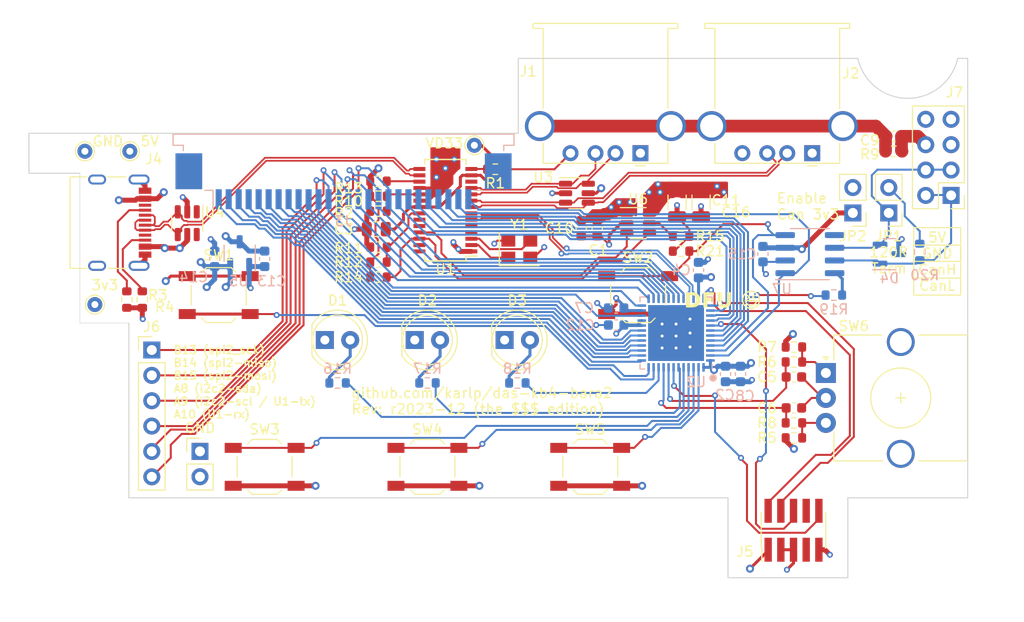
<source format=kicad_pcb>
(kicad_pcb (version 20221018) (generator pcbnew)
  (layers (0 "F.Cu" signal) (1 "In1.Cu" power) (2 "In2.Cu" power) (31 "B.Cu" signal) (34 "B.Paste" user) (35 "F.Paste" user) (36 "B.SilkS" user "B.Silkscreen") (37 "F.SilkS" user "F.Silkscreen") (38 "B.Mask" user) (39 "F.Mask" user) (44 "Edge.Cuts" user))
  (net 0 "")
  (net 1 "GND")
  (net 2 "+5V")
  (net 3 "+3V3")
  (net 4 "/usb/VD33")
  (net 5 "/keys_mcu/ENC_A")
  (net 6 "/keys_mcu/ENC_B")
  (net 7 "GNDPWR")
  (net 8 "VBUS")
  (net 9 "Net-(D1-A)")
  (net 10 "Net-(D2-A)")
  (net 11 "Net-(D3-A)")
  (net 12 "/usb/UDS1N")
  (net 13 "/usb/UDS1P")
  (net 14 "/usb/UDS2N")
  (net 15 "/usb/UDS2P")
  (net 16 "/keys_mcu/CM1")
  (net 17 "/keys_mcu/CM2")
  (net 18 "/keys_mcu/CM3")
  (net 19 "/keys_mcu/CM4")
  (net 20 "/keys_mcu/CM5")
  (net 21 "/keys_mcu/CM6")
  (net 22 "/keys_mcu/CM7")
  (net 23 "/keys_mcu/CM8")
  (net 24 "/keys_mcu/CM9")
  (net 25 "/keys_mcu/CM10")
  (net 26 "/keys_mcu/CM11")
  (net 27 "/keys_mcu/CM12")
  (net 28 "/keys_mcu/CM13")
  (net 29 "/keys_mcu/CM14")
  (net 30 "/keys_mcu/CM15")
  (net 31 "/keys_mcu/CM16")
  (net 32 "/keys_mcu/CM17")
  (net 33 "/keys_mcu/CM18")
  (net 34 "/keys_mcu/CM19")
  (net 35 "/keys_mcu/CM20")
  (net 36 "/keys_mcu/CM21")
  (net 37 "/keys_mcu/CM22")
  (net 38 "/keys_mcu/CM23")
  (net 39 "/keys_mcu/CM24")
  (net 40 "/keys_mcu/CM25")
  (net 41 "/keys_mcu/CM26")
  (net 42 "Net-(J4-CC1)")
  (net 43 "/usb/UUPP")
  (net 44 "/usb/UUPN")
  (net 46 "Net-(J4-CC2)")
  (net 48 "/keys_mcu/SWD_IO")
  (net 49 "/keys_mcu/SWD_CLK")
  (net 50 "/keys_mcu/SWO")
  (net 53 "/keys_mcu/NRST")
  (net 54 "Net-(U1-REXT)")
  (net 55 "/usb/BUSJ")
  (net 56 "Net-(R5-Pad2)")
  (net 57 "Net-(R6-Pad2)")
  (net 58 "Net-(U1-DRV)")
  (net 59 "Net-(U1-~{XRSTJ})")
  (net 60 "/usb/PWR_OC")
  (net 61 "/usb/ILIM")
  (net 62 "/keys_mcu/NUM_LOCK")
  (net 63 "/keys_mcu/CAPS_LOCK")
  (net 64 "/keys_mcu/SCROLL_LOCK")
  (net 65 "/keys_mcu/SW1")
  (net 66 "/usb/PWR_EN")
  (net 67 "Net-(U1-XOUT)")
  (net 68 "Net-(U1-XIN)")
  (net 71 "UMCU_N")
  (net 72 "UMCU_P")
  (net 78 "/keys_mcu/SW3")
  (net 79 "/keys_mcu/SW4")
  (net 80 "/keys_mcu/SW5")
  (net 81 "/keys_mcu/SW2")
  (net 82 "/can/CANH")
  (net 83 "/can/CANL")
  (net 85 "Net-(U7-Rs)")
  (net 88 "/can/Local3v3")
  (net 89 "Net-(JP1-B)")
  (footprint "Connector_PinHeader_2.54mm:PinHeader_1x02_P2.54mm_Vertical" (layer "F.Cu") (at 175.9 96.775 180)
    (fp_text reference "JP2")
    (fp_text value "Jumper_2_Open")
  )
  (footprint "Button_Switch_SMD:SW_SPST_TL3342" (layer "F.Cu") (at 112.4 105 180)
    (fp_text reference "SW1")
    (fp_text value "PWR")
  )
  (footprint "Capacitor_SMD:C_0805_2012Metric" (layer "F.Cu") (at 128.18 98.4 180)
    (fp_text reference "C3")
    (fp_text value "10uF")
  )
  (footprint "Resistor_SMD:R_0603_1608Metric" (layer "F.Cu") (at 170 111.7)
    (fp_text reference "R6")
    (fp_text value "10k")
  )
  (footprint "Resistor_SMD:R_0603_1608Metric" (layer "F.Cu") (at 170 117.8 180)
    (fp_text reference "R8")
    (fp_text value "10k")
  )
  (footprint "Button_Switch_SMD:SW_SPST_TL3342" (layer "F.Cu") (at 149.6 122.2)
    (fp_text reference "SW5")
    (fp_text value "NEXT")
  )
  (footprint "Connector_PinHeader_1.27mm:PinHeader_2x05_P1.27mm_Vertical_SMD" (layer "F.Cu") (at 169.96 128.55 90)
    (fp_text reference "J5")
    (fp_text value "Conn_ARM_JTAG_SWD_10")
  )
  (footprint "Crystal:Crystal_SMD_3225-4Pin_3.2x2.5mm" (layer "F.Cu") (at 142.5 100.4)
    (fp_text reference "Y1")
    (fp_text value "12MHz")
  )
  (footprint "Button_Switch_SMD:SW_SPST_TL3342" (layer "F.Cu") (at 154.4 105)
    (fp_text reference "SW2")
    (fp_text value "MUTE")
  )
  (footprint "Resistor_SMD:R_0603_1608Metric" (layer "F.Cu") (at 170 110.2)
    (fp_text reference "R7")
    (fp_text value "10k")
  )
  (footprint "TestPoint:TestPoint_THTPad_D1.5mm_Drill0.7mm" (layer "F.Cu") (at 100 105.95)
    (fp_text reference "TP2" hide)
    (fp_text value "3v3")
  )
  (footprint "Resistor_SMD:R_0603_1608Metric" (layer "F.Cu") (at 128.4 93.6)
    (fp_text reference "R13")
    (fp_text value "10k")
  )
  (footprint "Connector_PinHeader_2.54mm:PinHeader_2x04_P2.54mm_Vertical" (layer "F.Cu") (at 185.74 95.02 180)
    (fp_text reference "J7")
    (fp_text value "Conn_02x04_Odd_Even")
  )
  (footprint "Resistor_SMD:R_0603_1608Metric" (layer "F.Cu") (at 128.4 96.6 180)
    (fp_text reference "R2")
    (fp_text value "10k")
  )
  (footprint "Rotary_Encoder:RotaryEncoder_Alps_EC12E_Vertical_H20mm_CircularMountingHoles" (layer "F.Cu") (at 173.2 112.8)
    (fp_text reference "SW6")
    (fp_text value "Volume")
  )
  (footprint "TestPoint:TestPoint_THTPad_D1.5mm_Drill0.7mm" (layer "F.Cu") (at 103.5 90.6)
    (fp_text reference "TP1" hide)
    (fp_text value "5V")
  )
  (footprint "Capacitor_SMD:C_0603_1608Metric" (layer "F.Cu") (at 150.3 98.3 90)
    (fp_text reference "C1")
    (fp_text value "100nF")
  )
  (footprint "Connector_PinHeader_2.54mm:PinHeader_1x06_P2.54mm_Vertical" (layer "F.Cu") (at 105.7 110.5)
    (fp_text reference "J6")
    (fp_text value "Conn_01x06_Socket")
  )
  (footprint "Connector_USB:USB_C_Receptacle_G-Switch_GT-USB-7010ASV" (layer "F.Cu") (at 101.3 97.75 -90)
    (fp_text reference "J4")
    (fp_text value "USB_C_Receptacle_USB2.0")
  )
  (footprint "Resistor_SMD:R_0603_1608Metric" (layer "F.Cu") (at 158.7 100.6)
    (fp_text reference "R21")
    (fp_text value "10k")
  )
  (footprint "Resistor_SMD:R_0603_1608Metric" (layer "F.Cu") (at 128.4 101.7)
    (fp_text reference "R12")
    (fp_text value "10k")
  )
  (footprint "LED_THT:LED_D5.0mm" (layer "F.Cu") (at 123.03 109.5)
    (fp_text reference "D1")
    (fp_text value "NUM_LOCK")
  )
  (footprint "Package_TO_SOT_SMD:SOT-23-6" (layer "F.Cu") (at 109.25 97.8 -90)
    (fp_text reference "U4")
    (fp_text value "SRV05-4")
  )
  (footprint "TestPoint:TestPoint_THTPad_D1.5mm_Drill0.7mm" (layer "F.Cu") (at 138 90)
    (fp_text reference "TP4" hide)
    (fp_text value "VD33")
  )
  (footprint "Connector_PinHeader_2.54mm:PinHeader_1x02_P2.54mm_Vertical" (layer "F.Cu") (at 179.5 96.775 180)
    (fp_text reference "JP1")
    (fp_text value "Jumper_2_Open")
  )
  (footprint "Resistor_SMD:R_0603_1608Metric" (layer "F.Cu") (at 128.4 103.2)
    (fp_text reference "R14")
    (fp_text value "10k")
  )
  (footprint "Connector_USB:USB_A_Stewart_SS-52100-001_Horizontal" (layer "F.Cu") (at 171.83 90.79 180)
    (fp_text reference "J2")
    (fp_text value "USB_A")
  )
  (footprint "Resistor_SMD:R_0603_1608Metric" (layer "F.Cu") (at 128.4 100.2)
    (fp_text reference "R11")
    (fp_text value "10k")
  )
  (footprint "LED_THT:LED_D5.0mm" (layer "F.Cu") (at 141.03 109.5)
    (fp_text reference "D3")
    (fp_text value "SCROLL_LOCK")
  )
  (footprint "Button_Switch_SMD:SW_SPST_TL3342" (layer "F.Cu") (at 117 122.2)
    (fp_text reference "SW3")
    (fp_text value "PREV")
  )
  (footprint "Capacitor_SMD:C_0603_1608Metric" (layer "F.Cu") (at 170 113.2)
    (fp_text reference "C5")
    (fp_text value "10nF")
  )
  (footprint "Resistor_SMD:R_0603_1608Metric" (layer "F.Cu") (at 180 90.6 180)
    (fp_text reference "R9")
    (fp_text value "220")
  )
  (footprint "Connector_PinHeader_2.54mm:PinHeader_1x02_P2.54mm_Vertical" (layer "F.Cu") (at 110.525 120.65)
    (fp_text reference "JP3" hide)
    (fp_text value "GND")
  )
  (footprint "Capacitor_SMD:C_0603_1608Metric" (layer "F.Cu") (at 180 89.1 180)
    (fp_text reference "C9")
    (fp_text value "100nF")
  )
  (footprint "Connector_USB:USB_A_Stewart_SS-52100-001_Horizontal" (layer "F.Cu") (at 154.63 90.79 180)
    (fp_text reference "J1")
    (fp_text value "USB_A")
  )
  (footprint "Capacitor_SMD:C_1206_3216Metric" (layer "F.Cu") (at 160.7 95.7 -90)
    (fp_text reference "C16")
    (fp_text value "100uF")
  )
  (footprint "Resistor_SMD:R_0603_1608Metric" (layer "F.Cu") (at 170 119.3)
    (fp_text reference "R5")
    (fp_text value "10k")
  )
  (footprint "Capacitor_SMD:C_0603_1608Metric" (layer "F.Cu") (at 170 116.3)
    (fp_text reference "C6")
    (fp_text value "10nF")
  )
  (footprint "Package_TO_SOT_SMD:SOT-23-6" (layer "F.Cu") (at 154.4 97.8)
    (fp_text reference "U6")
    (fp_text value "AP2552W6")
  )
  (footprint "Package_SO:SSOP-28_3.9x9.9mm_P0.635mm" (layer "F.Cu") (at 135.1 96.5 180)
    (fp_text reference "U1")
    (fp_text value "FE1.1s")
  )
  (footprint "Button_Switch_SMD:SW_SPST_TL3342" (layer "F.Cu") (at 133.3 122.2)
    (fp_text reference "SW4")
    (fp_text value "PLAY_PAUSE")
  )
  (footprint "TestPoint:TestPoint_THTPad_D1.5mm_Drill0.7mm" (layer "F.Cu") (at 99 90.6)
    (fp_text reference "TP3" hide)
    (fp_text value "GND")
  )
  (footprint "Capacitor_SMD:C_1206_3216Metric" (layer "F.Cu") (at 158.3 95.7 -90)
    (fp_text reference "C11")
    (fp_text value "100uF")
  )
  (footprint "Resistor_SMD:R_0603_1608Metric" (layer "F.Cu") (at 104.75 105.45 -90)
    (fp_text reference "R4")
    (fp_text value "5k1")
  )
  (footprint "Resistor_SMD:R_0603_1608Metric" (layer "F.Cu") (at 103.2 105.45 -90)
    (fp_text reference "R3")
    (fp_text value "5k1")
  )
  (footprint "Resistor_SMD:R_0603_1608Metric" (layer "F.Cu") (at 140.1 92.4)
    (fp_text reference "R1")
    (fp_text value "2k7/1%")
  )
  (footprint "Resistor_SMD:R_0603_1608Metric" (layer "F.Cu") (at 128.4 95.1)
    (fp_text reference "R10")
    (fp_text value "0")
  )
  (footprint "Capacitor_SMD:C_0603_1608Metric" (layer "F.Cu") (at 148.7 98.3 -90)
    (fp_text reference "C10")
    (fp_text value "1uF")
  )
  (footprint "Package_TO_SOT_SMD:SOT-23-6" (layer "F.Cu") (at 148.27 94.8)
    (fp_text reference "U3")
    (fp_text value "SRV05-4")
  )
  (footprint "LED_THT:LED_D5.0mm" (layer "F.Cu") (at 132.03 109.5)
    (fp_text reference "D2")
    (fp_text value "CAPS_LOCK")
  )
  (footprint "Resistor_SMD:R_0603_1608Metric" (layer "F.Cu") (at 158.7 99.1)
    (fp_text reference "R15")
    (fp_text value "10k")
  )
  (footprint "Resistor_SMD:R_0603_1608Metric" (layer "B.Cu") (at 124.305 113.8 180)
    (fp_text reference "R16")
    (fp_text value "220")
  )
  (footprint "Capacitor_SMD:C_0603_1608Metric" (layer "B.Cu") (at 112 101.37 90)
    (fp_text reference "C14")
    (fp_text value "1uF")
  )
  (footprint "Capacitor_SMD:C_0603_1608Metric" (layer "B.Cu") (at 152.2 106.3)
    (fp_text reference "C7")
    (fp_text value "100nF")
  )
  (footprint "Package_SO:SOIC-8_3.9x4.9mm_P1.27mm" (layer "B.Cu") (at 171.6 100.9)
    (fp_text reference "U7")
    (fp_text value "SN65HVD230")
  )
  (footprint "Resistor_SMD:R_0603_1608Metric" (layer "B.Cu") (at 133.305 113.8 180)
    (fp_text reference "R17")
    (fp_text value "220")
  )
  (footprint "Package_TO_SOT_SMD:SOT-23" (layer "B.Cu") (at 179.5625 100.9)
    (fp_text reference "D4")
    (fp_text value "NUP2105L")
  )
  (footprint "Capacitor_SMD:C_0603_1608Metric" (layer "B.Cu") (at 164.65 112.9 -90)
    (fp_text reference "C8")
    (fp_text value "1uF")
  )
  (footprint "Capacitor_SMD:C_0603_1608Metric" (layer "B.Cu") (at 152.2 108 180)
    (fp_text reference "C12")
    (fp_text value "1uF")
  )
  (footprint "Package_DFN_QFN:QFN-48-1EP_7x7mm_P0.5mm_EP5.6x5.6mm" (layer "B.Cu") (at 158.2 108.8 90)
    (fp_text reference "U2")
    (fp_text value "STM32G431CBUx")
  )
  (footprint "Resistor_SMD:R_0603_1608Metric" (layer "B.Cu") (at 142.305 113.8 180)
    (fp_text reference "R18")
    (fp_text value "220")
  )
  (footprint "Capacitor_SMD:C_0603_1608Metric" (layer "B.Cu") (at 163.15 112.9 90)
    (fp_text reference "C2")
    (fp_text value "100nF")
  )
  (footprint "Capacitor_SMD:C_0603_1608Metric" (layer "B.Cu") (at 160.45 102.5 -90)
    (fp_text reference "C4")
    (fp_text value "100nF")
  )
  (footprint "Capacitor_SMD:C_0603_1608Metric" (layer "B.Cu") (at 166.9 100.9 90)
    (fp_text reference "C15")
    (fp_text value "100nF")
  )
  (footprint "Package_TO_SOT_SMD:SOT-23-3" (layer "B.Cu") (at 114.5 100.8 90)
    (fp_text reference "U5")
    (fp_text value "XC6206PxxxMR")
  )
  (footprint "Resistor_SMD:R_0603_1608Metric" (layer "B.Cu") (at 174 105)
    (fp_text reference "R19")
    (fp_text value "10k")
  )
  (footprint "Resistor_SMD:R_0603_1608Metric" (layer "B.Cu") (at 182.6 100.68 -90)
    (fp_text reference "R20")
    (fp_text value "120")
  )
  (footprint "Capacitor_SMD:C_0603_1608Metric" (layer "B.Cu") (at 117 101.37 -90)
    (fp_text reference "C13")
    (fp_text value "1uF")
  )
  (footprint "Connector_FFC-FPC:TE_2-84952-6_1x26-1MP_P1.0mm_Horizontal" (layer "B.Cu") (at 124.9 93.6)
    (fp_text reference "J3")
    (fp_text value "Conn_01x26_Socket")
  )
  (gr_circle (center 161.9 113.3) (end 162.216228 113.3) (stroke (width 0.12)) (fill solid) (layer "B.SilkS"))
  (gr_line (start 186.7 100) (end 186.7 101.625) (stroke (width 0.12)) (layer "F.SilkS"))
  (gr_rect (start 182 98.25) (end 186.7 105) (stroke (width 0.12)) (fill none) (layer "F.SilkS"))
  (gr_line (start 182 100) (end 186.7 100) (stroke (width 0.12)) (layer "F.SilkS"))
  (gr_line (start 182 101.625) (end 186.7 101.625) (stroke (width 0.12)) (layer "F.SilkS"))
  (gr_line (start 186.7 103.3) (end 182 103.3) (stroke (width 0.12)) (layer "F.SilkS"))
  (gr_line (start 98.5 92.8) (end 98.5 107.8) (stroke (width 0.05)) (layer "Edge.Cuts"))
  (gr_line locked (start 142.4 88.8) (end 142.4 81.3) (stroke (width 0.1)) (layer "Edge.Cuts"))
  (gr_line locked (start 163.4 125.3) (end 103.4 125.3) (stroke (width 0.1)) (layer "Edge.Cuts"))
  (gr_line (start 98.5 92.8) (end 98.5 92.8) (stroke (width 0.05)) (layer "Edge.Cuts"))
  (gr_line (start 93.4 92.8) (end 93.4 88.8) (stroke (width 0.1)) (layer "Edge.Cuts"))
  (gr_line locked (start 175.4 125.3) (end 175.4 133.3) (stroke (width 0.1)) (layer "Edge.Cuts"))
  (gr_line locked (start 175.4 133.3) (end 163.4 133.3) (stroke (width 0.1)) (layer "Edge.Cuts"))
  (gr_line locked (start 103.4 125.3) (end 103.4 107.8) (stroke (width 0.1)) (layer "Edge.Cuts"))
  (gr_line locked (start 93.4 88.8) (end 142.4 88.8) (stroke (width 0.1)) (layer "Edge.Cuts"))
  (gr_line locked (start 163.4 133.3) (end 163.4 125.3) (stroke (width 0.1)) (layer "Edge.Cuts"))
  (gr_line locked (start 98.5 107.8) (end 103.4 107.8) (stroke (width 0.05)) (layer "Edge.Cuts"))
  (gr_line locked (start 187.4 81.3) (end 187.4 125.3) (stroke (width 0.1)) (layer "Edge.Cuts"))
  (gr_line locked (start 142.4 81.3) (end 176.4 81.3) (stroke (width 0.1)) (layer "Edge.Cuts"))
  (gr_arc (start 186.4 81.300001) (mid 181.399983 85.3) (end 176.399992 81.299967) (stroke (width 0.1)) (layer "Edge.Cuts"))
  (gr_line (start 186.4 81.3) (end 187.4 81.3) (stroke (width 0.1)) (layer "Edge.Cuts"))
  (gr_line (start 98.5 92.8) (end 93.4 92.8) (stroke (width 0.1)) (layer "Edge.Cuts"))
  (gr_line locked (start 187.4 125.3) (end 175.4 125.3) (stroke (width 0.1)) (layer "Edge.Cuts"))
  (gr_text "DFU 😆" (at 159 106.5) (layer "F.SilkS") (effects (font (size 1.5 1.5) (thickness 0.3) bold) (justify left bottom)))
  (gr_text "5V\nGND\nCanH\nCanL" (at 184.35 104.64175) (layer "F.SilkS") (effects (font (size 1 1)) (justify bottom)))
  (gr_text "B13 (spi2_sck)\nB14 (spi2-miso)\nB15 (spi2-mosi)\nA8 (i2c2-sda)\nA9 (i2c2-scl / U1-tx)\nA10 (U1-rx)" (at 107.8 117.4) (layer "F.SilkS") (effects (font (size 0.8 0.8)) (justify left bottom)))
  (gr_text "120R\nTerm" (at 179.5 102.9) (layer "F.SilkS") (effects (font (size 1 1)) (justify bottom)))
  (gr_text "Enable\nCan 3v3" (at 168.2 97.5) (layer "F.SilkS") (effects (font (size 1 1)) (justify left bottom)))
  (gr_text "github.com/karlp/das-kb4-bara2\nRev: r2023-12 (the $$$ edition)" (at 125.6 117) (layer "F.SilkS") (effects (font (size 1 1)) (justify left bottom)))
  (segment (start 180.775 89.1) (end 180.775 90.55) (width 1.27) (layer "F.Cu") (net 1))
  (segment (start 141.4 99.55) (end 140.3005 99.55) (width 0.2) (layer "F.Cu") (net 1))
  (segment (start 127.23 98.4) (end 126 98.4) (width 0.5) (layer "F.Cu") (net 1))
  (segment (start 169.96 130.5) (end 169.96 131.84) (width 0.3) (layer "F.Cu") (net 1))
  (segment (start 168.69 130.5) (end 169.96 130.5) (width 0.3) (layer "F.Cu") (net 1))
  (segment (start 135.9 99.9) (end 135.9 99.7) (width 0.5) (layer "F.Cu") (net 1))
  (segment (start 105.025 101.47) (end 104.425 102.07) (width 0.5) (layer "F.Cu") (net 1))
  (segment (start 147.1325 94.8) (end 145.8 94.8) (width 0.3) (layer "F.Cu") (net 1))
  (segment (start 150.6255 99.075) (end 151.5 99.9495) (width 0.2) (layer "F.Cu") (net 1))
  (segment (start 169.96 131.84) (end 169.3 132.5) (width 0.3) (layer "F.Cu") (net 1))
  (segment (start 105.025 94.55) (end 105.025 94.03) (width 0.5) (layer "F.Cu") (net 1))
  (segment (start 146.02 92.4) (end 147.63 90.79) (width 0.2) (layer "F.Cu") (net 1))
  (segment (start 136.6275 100.6275) (end 136.4 100.4) (width 0.5) (layer "F.Cu") (net 1))
  (segment (start 157.875 100.6) (end 158.025 100.6) (width 0.2) (layer "F.Cu") (net 1))
  (segment (start 109.25 95.65) (end 108.8 95.2) (width 0.5) (layer "F.Cu") (net 1))
  (segment (start 127.23 98.4) (end 127.23 99.855) (width 0.5) (layer "F.Cu") (net 1))
  (segment (start 143.6 101.25) (end 143.95 101.25) (width 0.2) (layer "F.Cu") (net 1))
  (segment (start 136.4 100.4) (end 135.9 99.9) (width 0.5) (layer "F.Cu") (net 1))
  (segment (start 105.025 94.03) (end 104.425 93.43) (width 0.5) (layer "F.Cu") (net 1))
  (segment (start 103.2 106.275) (end 104.75 106.275) (width 0.5) (layer "F.Cu") (net 1))
  (segment (start 137.7 100.6275) (end 136.6275 100.6275) (width 0.5) (layer "F.Cu") (net 1))
  (segment (start 104.75 106.275) (end 104.75 107.35) (width 0.5) (layer "F.Cu") (net 1))
  (segment (start 153.2625 97.8) (end 152.7 97.8) (width 0.3) (layer "F.Cu") (net 1))
  (segment (start 127.23 96.945) (end 127.575 96.6) (width 0.5) (layer "F.Cu") (net 1))
  (segment (start 105.025 100.95) (end 105.025 101.47) (width 0.5) (layer "F.Cu") (net 1))
  (segment (start 148.7 99.075) (end 150.3 99.075) (width 0.3) (layer "F.Cu") (net 1))
  (segment (start 158.3 97.175) (end 158.3 96) (width 0.5) (layer "F.Cu") (net 1))
  (segment (start 140.3005 99.55) (end 140 99.8505) (width 0.2) (layer "F.Cu") (net 1))
  (segment (start 170.775 113.2) (end 172.875 115.3) (width 0.2) (layer "F.Cu") (net 1))
  (segment (start 180.775 89.1) (end 182.4 89.1) (width 1.27) (layer "F.Cu") (net 1))
  (segment (start 180.775 90.55) (end 180.825 90.6) (width 1.27) (layer "F.Cu") (net 1))
  (segment (start 150.3 99.075) (end 150.6255 99.075) (width 0.2) (layer "F.Cu") (net 1))
  (segment (start 127.23 98.4) (end 127.23 96.945) (width 0.5) (layer "F.Cu") (net 1))
  (segment (start 173.1 130.5) (end 173.6 131) (width 0.5) (layer "F.Cu") (net 1))
  (segment (start 182.4 89.1) (end 183.2 89.9) (width 1.27) (layer "F.Cu") (net 1))
  (segment (start 127.23 99.855) (end 127.575 100.2) (width 0.5) (layer "F.Cu") (net 1))
  (segment (start 172.875 115.3) (end 173.2 115.3) (width 0.2) (layer "F.Cu") (net 1))
  (segment (start 159.525 98.4) (end 158.3 97.175) (width 0.2) (layer "F.Cu") (net 1))
  (segment (start 151.5 99) (end 151.5 99.9495) (width 0.3) (layer "F.Cu") (net 1))
  (segment (start 104.75 107.35) (end 104.8 107.4) (width 0.5) (layer "F.Cu") (net 1))
  (segment (start 109.25 96.6625) (end 109.25 95.65) (width 0.5) (layer "F.Cu") (net 1))
  (segment (start 173.2 115.3) (end 171.775 115.3) (width 0.2) (layer "F.Cu") (net 1))
  (segment (start 159.525 99.1) (end 159.525 98.4) (width 0.2) (layer "F.Cu") (net 1))
  (segment (start 172.5 130.5) (end 173.1 130.5) (width 0.5) (layer "F.Cu") (net 1))
  (segment (start 171.775 115.3) (end 170.775 116.3) (width 0.2) (layer "F.Cu") (net 1))
  (segment (start 143.95 101.25) (end 145 100.2) (width 0.2) (layer "F.Cu") (net 1))
  (segment (start 158.025 100.6) (end 159.525 99.1) (width 0.2) (layer "F.Cu") (net 1))
  (segment (start 152.7 97.8) (end 151.5 99) (width 0.3) (layer "F.Cu") (net 1))
  (segment (start 140.925 92.4) (end 146.02 92.4) (width 0.2) (layer "F.Cu") (net 1))
  (segment (start 160.7 97.175) (end 160.7 96.1) (width 0.5) (layer "F.Cu") (net 1))
  (segment (start 160.7 97.175) (end 158.3 97.175) (width 0.5) (layer "F.Cu") (net 1))
  (via (at 145.8 94.8) (size 0.6) (drill 0.3) (layers "F.Cu" "B.Cu") (net 1))
  (via (at 145 100.2) (size 0.6) (drill 0.3) (layers "F.Cu" "B.Cu") (net 1))
  (via (at 158.2 107.9) (size 0.6) (drill 0.3) (layers "F.Cu" "B.Cu") (net 1))
  (via (at 156.8 109.1) (size 0.6) (drill 0.3) (layers "F.Cu" "B.Cu") (net 1))
  (via (at 126 98.4) (size 0.6) (drill 0.3) (layers "F.Cu" "B.Cu") (net 1))
  (via (at 136.4 100.4) (size 0.6) (drill 0.3) (layers "F.Cu" "B.Cu") (net 1))
  (via (at 150.3 105.8) (size 0.6) (drill 0.3) (layers "F.Cu" "B.Cu") (net 1))
  (via (at 135.9 99.7) (size 0.6) (drill 0.3) (layers "F.Cu" "B.Cu") (net 1))
  (via (at 140 99.8505) (size 0.6) (drill 0.3) (layers "F.Cu" "B.Cu") (net 1))
  (via (at 159.6 108.8) (size 0.6) (drill 0.3) (layers "F.Cu" "B.Cu") (net 1))
  (via (at 180.8 99.4) (size 0.6) (drill 0.3) (layers "F.Cu" "B.Cu") (net 1))
  (via (at 167.2 102.9) (size 0.6) (drill 0.3) (layers "F.Cu" "B.Cu") (net 1))
  (via (at 104.8 107.4) (size 0.6) (drill 0.3) (layers "F.Cu" "B.Cu") (net 1))
  (via (at 158.2 109.1) (size 0.6) (drill 0.3) (layers "F.Cu" "B.Cu") (net 1))
  (via (at 160.7 96.1) (size 0.6) (drill 0.3) (layers "F.Cu" "B.Cu") (net 1))
  (via (at 159.6 110.2) (size 0.6) (drill 0.3) (layers "F.Cu" "B.Cu") (net 1))
  (via (at 156.8 107.9) (size 0.6) (drill 0.3) (layers "F.Cu" "B.Cu") (net 1))
  (via (at 159.6 107.4) (size 0.6) (drill 0.3) (layers "F.Cu" "B.Cu") (net 1))
  (via (at 165.8 113.5) (size 0.6) (drill 0.3) (layers "F.Cu" "B.Cu") (net 1))
  (via (at 111.6 99.4) (size 0.6) (drill 0.3) (layers "F.Cu" "B.Cu") (net 1))
  (via (at 158.3 96) (size 0.6) (drill 0.3) (layers "F.Cu" "B.Cu") (net 1))
  (via (at 169.3 132.5) (size 0.6) (drill 0.3) (layers "F.Cu" "B.Cu") (net 1))
  (via (at 161.4 101.4) (size 0.6) (drill 0.3) (layers "F.Cu" "B.Cu") (net 1))
  (via (at 156.8 110.3) (size 0.6) (drill 0.3) (layers "F.Cu" "B.Cu") (net 1))
  (via (at 108.8 95.2) (size 0.6) (drill 0.3) (layers "F.Cu" "B.Cu") (net 1))
  (via (at 158.2 110.3) (size 0.6) (drill 0.3) (layers "F.Cu" "B.Cu") (net 1))
  (via (at 151.5 99.9495) (size 0.6) (drill 0.3) (layers "F.Cu" "B.Cu") (net 1))
  (via (at 150.2 108) (size 0.6) (drill 0.3) (layers "F.Cu" "B.Cu") (net 1))
  (via (at 115.6 104.3) (size 0.6) (drill 0.3) (layers "F.Cu" "B.Cu") (net 1))
  (via (at 173.6 131) (size 0.6) (drill 0.3) (layers "F.Cu" "B.Cu") (net 1))
  (segment (start 180.5 100.9) (end 180.5 99.7) (width 0.5) (layer "B.Cu") (net 1))
  (segment (start 115.45 104.15) (end 115.6 104.3) (width 0.5) (layer "B.Cu") (net 1))
  (segment (start 150.8 106.3) (end 150.3 105.8) (width 0.2) (layer "B.Cu") (net 1))
  (segment (start 112 99.8) (end 111.6 99.4) (width 0.5) (layer "B.Cu") (net 1))
  (segment (start 160.45 101.725) (end 161.075 101.725) (width 0.5) (layer "B.Cu") (net 1))
  (segment (start 151.425 106.3) (end 150.8 106.3) (width 0.2) (layer "B.Cu") (net 1))
  (segment (start 165.625 113.675) (end 165.8 113.5) (width 0.5) (layer "B.Cu") (net 1))
  (segment (start 117 102.145) (end 115.6575 102.145) (width 0.5) (layer "B.Cu") (net 1))
  (segment (start 166.9 101.675) (end 166.9 102.6) (width 0.2) (layer "B.Cu") (net 1))
  (segment (start 166.9 101.675) (end 168.985 101.675) (width 0.2) (layer "B.Cu") (net 1))
  (segment (start 166.9 102.6) (end 167.2 102.9) (width 0.2) (layer "B.Cu") (net 1))
  (segment (start 161.075 101.725) (end 161.4 101.4) (width 0.5) (layer "B.Cu") (net 1))
  (segment (start 115.6575 102.145) (end 115.45 101.9375) (width 0.5) (layer "B.Cu") (net 1))
  (segment (start 151.425 108) (end 150.2 108) (width 0.2) (layer "B.Cu") (net 1))
  (segment (start 168.985 101.675) (end 169.125 101.535) (width 0.2) (layer "B.Cu") (net 1))
  (segment (start 112 100.595) (end 112 99.8) (width 0.5) (layer "B.Cu") (net 1))
  (segment (start 164.65 113.675) (end 165.625 113.675) (width 0.5) (layer "B.Cu") (net 1))
  (segment (start 163.15 113.675) (end 164.65 113.675) (width 0.5) (layer "B.Cu") (net 1))
  (segment (start 180.5 99.7) (end 180.8 99.4) (width 0.5) (layer "B.Cu") (net 1))
  (segment (start 115.45 101.9375) (end 115.45 104.15) (width 0.5) (layer "B.Cu") (net 1))
  (segment (start 104.078173 95.5) (end 102.4 95.5) (width 0.5) (layer "F.Cu") (net 2))
  (segment (start 108.5 100.3) (end 109.25 99.55) (width 0.5) (layer "F.Cu") (net 2))
  (segment (start 104.228173 95.35) (end 104.078173 95.5) (width 0.5) (layer "F.Cu") (net 2))
  (segment (start 128.33 99.43) (end 128.1 99.2) (width 0.2) (layer "F.Cu") (net 2))
  (segment (start 133.4 95.5475) (end 134.1 94.8475) (width 0.3) (layer "F.Cu") (net 2))
  (segment (start 132.5 95.5475) (end 133.4 95.5475) (width 0.3) (layer "F.Cu") (net 2))
  (segment (start 148.7 97.525) (end 150.3 97.525) (width 0.5) (layer "F.Cu") (net 2))
  (segment (start 107 100.3) (end 108.5 100.3) (width 0.5) (layer "F.Cu") (net 2))
  (segment (start 105.025 100.15) (end 106.85 100.15) (width 0.5) (layer "F.Cu") (net 2))
  (segment (start 128.1 99.2) (end 128.1 97.8) (width 0.2) (layer "F.Cu") (net 2))
  (segment (start 105.025 95.35) (end 106.25 95.35) (width 0.5) (layer "F.Cu") (net 2))
  (segment (start 134.1 93.9) (end 134.1 93.5) (width 0.3) (layer "F.Cu") (net 2))
  (segment (start 127.575 103.2) (end 127.575 101.7) (width 0.2) (layer "F.Cu") (net 2))
  (segment (start 128.1 97.8) (end 128.4 97.5) (width 0.2) (layer "F.Cu") (net 2))
  (segment (start 109.25 99.55) (end 109.25 98.9375) (width 0.5) (layer "F.Cu") (net 2))
  (segment (start 127.575 93.125) (end 128.4 92.3) (width 0.5) (layer "F.Cu") (net 2))
  (segment (start 106.85 100.15) (end 107 100.3) (width 0.5) (layer "F.Cu") (net 2))
  (segment (start 128.4 97.5) (end 128.4 95.925) (width 0.2) (layer "F.Cu") (net 2))
  (segment (start 106.25 95.35) (end 106.9 94.7) (width 0.5) (layer "F.Cu") (net 2))
  (segment (start 128.4 95.925) (end 127.575 95.1) (width 0.2) (layer "F.Cu") (net 2))
  (segment (start 128.4 100) (end 128.33 99.93) (width 0.2) (layer "F.Cu") (net 2))
  (segment (start 151.45 96.85) (end 153.2625 96.85) (width 0.5) (layer "F.Cu") (net 2))
  (segment (start 105.025 95.35) (end 104.228173 95.35) (width 0.5) (layer "F.Cu") (net 2))
  (segment (start 132.5 94.2775) (end 133.7225 94.2775) (width 0.3) (layer "F.Cu") (net 2))
  (segment (start 133.7225 94.2775) (end 134.1 93.9) (width 0.3) (layer "F.Cu") (net 2))
  (segment (start 127.575 101.7) (end 128.4 100.875) (width 0.2) (layer "F.Cu") (net 2))
  (segment (start 128.33 99.93) (end 128.33 99.43) (width 0.2) (layer "F.Cu") (net 2))
  (segment (start 150.775 97.525) (end 151.45 96.85) (width 0.5) (layer "F.Cu") (net 2))
  (segment (start 153.2625 96.85) (end 153.25 96.85) (width 0.5) (layer "F.Cu") (net 2))
  (segment (start 128.4 100.875) (end 128.4 100) (width 0.2) (layer "F.Cu") (net 2))
  (segment (start 134.1 94.8475) (end 134.1 93.9) (width 0.3) (layer "F.Cu") (net 2))
  (segment (start 127.575 93.6) (end 127.575 95.1) (width 0.5) (layer "F.Cu") (net 2))
  (segment (start 127.575 93.6) (end 127.575 93.125) (width 0.5) (layer "F.Cu") (net 2))
  (segment (start 150.3 97.525) (end 150.775 97.525) (width 0.5) (layer "F.Cu") (net 2))
  (via (at 153.6 95.7) (size 0.6) (drill 0.3) (layers "F.Cu" "B.Cu") (net 2))
  (via (at 107 100.3) (size 0.8) (drill 0.4) (layers "F.Cu" "B.Cu") (net 2))
  (via (at 102.4 95.5) (size 0.8) (drill 0.4) (layers "F.Cu" "B.Cu") (net 2))
  (via (at 151.7 96.2) (size 0.6) (drill 0.3) (layers "F.Cu" "B.Cu") (net 2))
  (via (at 135.1 92.3) (size 0.6) (drill 0.3) (layers "F.Cu" "B.Cu") (net 2))
  (via (at 152.5 95.7) (size 0.6) (drill 0.3) (layers "F.Cu" "B.Cu") (net 2))
  (via (at 108.5 100.3) (size 0.8) (drill 0.4) (layers "F.Cu" "B.Cu") (net 2))
  (via (at 106.9 94.7) (size 0.8) (drill 0.4) (layers "F.Cu" "B.Cu") (net 2))
  (via (at 134.2 93.2) (size 0.6) (drill 0.3) (layers "F.Cu" "B.Cu") (net 2))
  (via (at 136 91.4) (size 0.6) (drill 0.3) (layers "F.Cu" "B.Cu") (net 2))
  (via (at 128.4 92.3) (size 0.8) (drill 0.4) (layers "F.Cu" "B.Cu") (net 2))
  (via (at 134.2 91.4) (size 0.6) (drill 0.3) (layers "F.Cu" "B.Cu") (net 2))
  (via (at 113.1 99.1) (size 0.8) (drill 0.4) (layers "F.Cu" "B.Cu") (net 2))
  (segment (start 115.4325 100.595) (end 114.5 99.6625) (width 0.5) (layer "B.Cu") (net 2))
  (segment (start 113.6625 99.6625) (end 113.1 99.1) (width 0.5) (layer "B.Cu") (net 2))
  (segment (start 117 100.595) (end 115.4325 100.595) (width 0.5) (layer "B.Cu") (net 2))
  (segment (start 114.5 99.6625) (end 113.6625 99.6625) (width 0.5) (layer "B.Cu") (net 2))
  (segment (start 107.6 103.1) (end 107.1 103.6) (width 0.3) (layer "F.Cu") (net 3))
  (segment (start 146.45 124.1) (end 152.75 124.1) (width 0.5) (layer "F.Cu") (net 3))
  (segment (start 169.175 110.2) (end 169.175 109.625) (width 0.5) (layer "F.Cu") (net 3))
  (segment (start 109.25 103.1) (end 107.6 103.1) (width 0.3) (layer "F.Cu") (net 3))
  (segment (start 169.175 109.625) (end 169.9 108.9) (width 0.5) (layer "F.Cu") (net 3))
  (segment (start 169.175 119.575) (end 170 120.4) (width 0.5) (layer "F.Cu") (net 3))
  (segment (start 109.25 103.1) (end 115.55 103.1) (width 0.3) (layer "F.Cu") (net 3))
  (segment (start 151.25 106.9) (end 157.55 106.9) (width 0.5) (layer "F.Cu") (net 3))
  (segment (start 152.2 105.3) (end 152.2 105.95) (width 0.3) (layer "F.Cu") (net 3))
  (segment (start 167.42 130.58) (end 165.6 132.4) (width 0.3) (layer "F.Cu") (net 3))
  (segment (start 157.55 106.9) (end 157.7 106.9) (width 0.5) (layer "F.Cu") (net 3))
  (segment (start 167.42 130.5) (end 167.42 130.58) (width 0.3) (layer "F.Cu") (net 3))
  (segment (start 152.2 105.95) (end 151.25 106.9) (width 0.3) (layer "F.Cu") (net 3))
  (segment (start 113.85 124.1) (end 120.15 124.1) (width 0.5) (layer "F.Cu") (net 3))
  (segment (start 169.175 119.3) (end 169.175 119.575) (width 0.5) (layer "F.Cu") (net 3))
  (segment (start 120.15 124.1) (end 122.1 124.1) (width 0.5) (layer "F.Cu") (net 3))
  (segment (start 136.45 124.1) (end 138.5 124.1) (width 0.5) (layer "F.Cu") (net 3))
  (segment (start 130.15 124.1) (end 136.45 124.1) (width 0.5) (layer "F.Cu") (net 3))
  (segment (start 152.75 124.1) (end 154.8 124.1) (width 0.5) (layer "F.Cu") (net 3))
  (via (at 169.9 108.9) (size 0.8) (drill 0.4) (layers "F.Cu" "B.Cu") (net 3))
  (via (at 111.2 104.2) (size 0.8) (drill 0.4) (layers "F.Cu" "B.Cu") (net 3))
  (via (at 162 112.5) (size 0.8) (drill 0.4) (layers "F.Cu" "B.Cu") (net 3))
  (via (at 152.210401 108.860378) (size 0.6) (drill 0.3) (layers "F.Cu" "B.Cu") (net 3))
  (via (at 152.2 105.3) (size 0.6) (drill 0.3) (layers "F.Cu" "B.Cu") (net 3))
  (via (at 165.6 132.4) (size 0.8) (drill 0.4) (layers "F.Cu" "B.Cu") (net 3))
  (via (at 154.8 124.1) (size 0.8) (drill 0.4) (layers "F.Cu" "B.Cu") (net 3))
  (via (at 107.1 103.6) (size 0.8) (drill 0.4) (layers "F.Cu" "B.Cu") (net 3))
  (via (at 161.7 103.2) (size 0.8) (drill 0.4) (layers "F.Cu" "B.Cu") (net 3))
  (via (at 138.5 124.1) (size 0.8) (drill 0.4) (layers "F.Cu" "B.Cu") (net 3))
  (via (at 110.6 101.7) (size 0.8) (drill 0.4) (layers "F.Cu" "B.Cu") (net 3))
  (via (at 170 120.4) (size 0.8) (drill 0.4) (layers "F.Cu" "B.Cu") (net 3))
  (via (at 113.1 104.2) (size 0.8) (drill 0.4) (layers "F.Cu" "B.Cu") (net 3))
  (via (at 165.7 111.8) (size 0.8) (drill 0.4) (layers "F.Cu" "B.Cu") (net 3))
  (via (at 122.1 124.1) (size 0.8) (drill 0.4) (layers "F.Cu" "B.Cu") (net 3))
  (segment (start 152.210401 108.860378) (end 152.975 108.095779) (width 0.3) (layer "B.Cu") (net 3))
  (segment (start 160.45 105.3625) (end 160.45 103.275) (width 0.3) (layer "B.Cu") (net 3))
  (segment (start 154.3125 108) (end 154.7625 107.55) (width 0.3) (layer "B.Cu") (net 3))
  (segment (start 163.15 112.125) (end 164.65 112.125) (width 0.5) (layer "B.Cu") (net 3))
  (segment (start 112 102.145) (end 111.045 102.145) (width 0.5) (layer "B.Cu") (net 3))
  (segment (start 161.7375 112.2375) (end 162 112.5) (width 0.3) (layer "B.Cu") (net 3))
  (segment (start 111.045 102.145) (end 110.6 101.7) (width 0.5) (layer "B.Cu") (net 3))
  (segment (start 164.65 112.125) (end 165.375 112.125) (width 0.5) (layer "B.Cu") (net 3))
  (segment (start 154.7625 108.05) (end 153.025 108.05) (width 0.3) (layer "B.Cu") (net 3))
  (segment (start 153.225 106.55) (end 152.975 106.3) (width 0.3) (layer "B.Cu") (net 3))
  (segment (start 113.55 101.9375) (end 113.55 103.75) (width 0.5) (layer "B.Cu") (net 3))
  (segment (start 161.7 103.2) (end 160.525 103.2) (width 0.5) (layer "B.Cu") (net 3))
  (segment (start 153.025 108.05) (end 152.975 108) (width 0.3) (layer "B.Cu") (net 3))
  (segment (start 112 102.145) (end 113.3425 102.145) (width 0.5) (layer "B.Cu") (net 3))
  (segment (start 152.975 106.3) (end 152.975 106.075) (width 0.3) (layer "B.Cu") (net 3))
  (segment (start 152.975 106.075) (end 152.2 105.3) (width 0.3) (layer "B.Cu") (net 3))
  (segment (start 153.025 106.55) (end 152.975 106.5) (width 0.3) (layer "B.Cu") (net 3))
  (segment (start 165.375 112.125) (end 165.7 111.8) (width 0.5) (layer "B.Cu") (net 3))
  (segment (start 161.6375 112.1375) (end 162 112.5) (width 0.3) (layer "B.Cu") (net 3))
  (segment (start 113.3425 102.145) (end 113.55 101.9375) (width 0.5) (layer "B.Cu") (net 3))
  (segment (start 112 102.145) (end 112 103.4) (width 0.5) (layer "B.Cu") (net 3))
  (segment (start 154.7625 106.55) (end 153.225 106.55) (width 0.3) (layer "B.Cu") (net 3))
  (segment (start 161.6375 111.55) (end 161.6375 112.1375) (width 0.3) (layer "B.Cu") (net 3))
  (segment (start 160.95 112.2375) (end 161.7375 112.2375) (width 0.3) (layer "B.Cu") (net 3))
  (segment (start 113.55 103.75) (end 113.1 104.2) (width 0.5) (layer "B.Cu") (net 3))
  (segment (start 162.375 112.125) (end 162 112.5) (width 0.5) (layer "B.Cu") (net 3))
  (segment (start 112 103.4) (end 111.2 104.2) (width 0.5) (layer "B.Cu") (net 3))
  (segment (start 152.975 108.095779) (end 152.975 108) (width 0.3) (layer "B.Cu") (net 3))
  (segment (start 160.525 103.2) (end 160.45 103.275) (width 0.5) (layer "B.Cu") (net 3))
  (segment (start 163.15 112.125) (end 162.375 112.125) (width 0.5) (layer "B.Cu") (net 3))
  (segment (start 152.975 108) (end 154.3125 108) (width 0.3) (layer "B.Cu") (net 3))
  (segment (start 131.6 96.1825) (end 130.9 96.8825) (width 0.3) (layer "F.Cu") (net 4))
  (segment (start 138.624142 93.0075) (end 139.016642 93.4) (width 0.3) (layer "F.Cu") (net 4))
  (segment (start 136.8 93.0075) (end 136.6 93.2075) (width 0.3) (layer "F.Cu") (net 4))
  (segment (start 139.016642 93.4) (end 139.533358 93.4) (width 0.3) (layer "F.Cu") (net 4))
  (segment (start 130.9 97.5) (end 130 98.4) (width 0.3) (layer "F.Cu") (net 4))
  (segment (start 140.025 91.325) (end 138.7 90) (width 0.3) (layer "F.Cu") (net 4))
  (segment (start 137.7 93.0075) (end 136.8 93.0075) (width 0.3) (layer "F.Cu") (net 4))
  (segment (start 137.7 93.0075) (end 138.624142 93.0075) (width 0.3) (layer "F.Cu") (net 4))
  (segment (start 130.9 96.8825) (end 130.9 97.5) (width 0.3) (layer "F.Cu") (net 4))
  (segment (start 140.025 92.908358) (end 140.025 91.325) (width 0.3) (layer "F.Cu") (net 4))
  (segment (start 136.6 93.2075) (end 136.6 94.1) (width 0.3) (layer "F.Cu") (net 4))
  (segment (start 132.5 96.1825) (end 131.6 96.1825) (width 0.3) (layer "F.Cu") (net 4))
  (segment (start 139.533358 93.4) (end 140.025 92.908358) (width 0.3) (layer "F.Cu") (net 4))
  (segment (start 138.7 90) (end 138 90) (width 0.3) (layer "F.Cu") (net 4))
  (segment (start 130 98.4) (end 129.13 98.4) (width 0.3) (layer "F.Cu") (net 4))
  (segment (start 134.5175 96.1825) (end 132.5 96.1825) (width 0.3) (layer "F.Cu") (net 4))
  (segment (start 136.6 94.1) (end 134.5175 96.1825) (width 0.3) (layer "F.Cu") (net 4))
  (segment (start 169.225 114.275) (end 167.9 115.6) (width 0.2) (layer "F.Cu") (net 5))
  (segment (start 169.175 113.15) (end 169.225 113.2) (width 0.2) (layer "F.Cu") (net 5))
  (segment (start 169.225 113.2) (end 169.225 114.275) (width 0.2) (layer "F.Cu") (net 5))
  (segment (start 169.175 111.7) (end 169.175 113.15) (width 0.2) (layer "F.Cu") (net 5))
  (segment (start 157.8 115.6) (end 157.6 115.4) (width 0.2) (layer "F.Cu") (net 5))
  (segment (start 167.9 115.6) (end 157.8 115.6) (width 0.2) (layer "F.Cu") (net 5))
  (via (at 157.6 115.4) (size 0.6) (drill 0.3) (layers "F.Cu" "B.Cu") (net 5))
  (segment (start 157.6 115.4) (end 157.45 115.25) (width 0.2) (layer "B.Cu") (net 5))
  (segment (start 157.45 115.25) (end 157.45 112.2375) (width 0.2) (layer "B.Cu") (net 5))
  (segment (start 169.225 116.3) (end 157.2 116.3) (width 0.2) (layer "F.Cu") (net 6))
  (segment (start 157.2 116.3) (end 156.7 115.8) (width 0.2) (layer "F.Cu") (net 6))
  (segment (start 169.225 117.75) (end 169.175 117.8) (width 0.2) (layer "F.Cu") (net 6))
  (segment (start 169.225 116.3) (end 169.225 117.75) (width 0.2) (layer "F.Cu") (net 6))
  (via (at 156.7 115.8) (size 0.6) (drill 0.3) (layers "F.Cu" "B.Cu") (net 6))
  (segment (start 156.95 115.55) (end 156.95 112.2375) (width 0.2) (layer "B.Cu") (net 6))
  (segment (start 156.7 115.8) (end 156.95 115.55) (width 0.2) (layer "B.Cu") (net 6))
  (segment (start 179.175 89.15) (end 179.225 89.1) (width 1.27) (layer "F.Cu") (net 7))
  (segment (start 178.205 88.08) (end 179.225 89.1) (width 1.27) (layer "F.Cu") (net 7))
  (segment (start 157.7 88.08) (end 144.56 88.08) (width 1.27) (layer "F.Cu") (net 7))
  (segment (start 179.175 90.6) (end 179.175 89.15) (width 1.27) (layer "F.Cu") (net 7))
  (segment (start 174.9 88.08) (end 161.76 88.08) (width 1.27) (layer "F.Cu") (net 7))
  (segment (start 174.9 88.08) (end 178.205 88.08) (width 1.27) (layer "F.Cu") (net 7))
  (segment (start 157.7 88.08) (end 161.76 88.08) (width 1.27) (layer "F.Cu") (net 7))
  (segment (start 154.63 90.79) (end 154.9775 90.79) (width 0.5) (layer "F.Cu") (net 8))
  (segment (start 150.8 94.3) (end 150.7 94.3) (width 0.5) (layer "F.Cu") (net 8))
  (segment (start 154.63 90.79) (end 154.31 90.79) (width 0.5) (layer "F.Cu") (net 8))
  (segment (start 150.2 94.8) (end 150.7 94.3) (width 0.3) (layer "F.Cu") (net 8))
  (segment (start 149.4075 94.8) (end 150.2 94.8) (width 0.3) (layer "F.Cu") (net 8))
  (via (at 155.5 94.7) (size 0.6) (drill 0.3) (layers "F.Cu" "B.Cu") (net 8))
  (via (at 163 94.7) (size 0.6) (drill 0.3) (layers "F.Cu" "B.Cu") (net 8))
  (via (at 156.4 93.9) (size 0.6) (drill 0.3) (layers "F.Cu" "B.Cu") (net 8))
  (via (at 150.7 94.3) (size 0.8) (drill 0.4) (layers "F.Cu" "B.Cu") (net 8))
  (via (at 156.6 94.7) (size 0.6) (drill 0.3) (layers "F.Cu" "B.Cu") (net 8))
  (via (at 162.3 94.1) (size 0.6) (drill 0.3) (layers "F.Cu" "B.Cu") (net 8))
  (segment (start 123.48 113.8) (end 123.48 113.22) (width 0.3) (layer "B.Cu") (net 9))
  (segment (start 125.57 111.13) (end 125.57 109.5) (width 0.3) (layer "B.Cu") (net 9))
  (segment (start 123.48 113.22) (end 125.57 111.13) (width 0.3) (layer "B.Cu") (net 9))
  (segment (start 134.57 111.13) (end 132.48 113.22) (width 0.3) (layer "B.Cu") (net 10))
  (segment (start 134.57 109.5) (end 134.57 111.13) (width 0.3) (layer "B.Cu") (net 10))
  (segment (start 132.48 113.22) (end 132.48 113.8) (width 0.3) (layer "B.Cu") (net 10))
  (segment (start 143.57 111.03) (end 141.48 113.12) (width 0.3) (layer "B.Cu") (net 11))
  (segment (start 141.48 113.12) (end 141.48 113.8) (width 0.3) (layer "B.Cu") (net 11))
  (segment (start 143.57 109.5) (end 143.57 111.03) (width 0.3) (layer "B.Cu") (net 11))
  (segment (start 143.862548 94.151) (end 146.251 94.151) (width 0.175) (layer "F.Cu") (net 12))
  (segment (start 148.65 93.85) (end 149.4075 93.85) (width 0.175) (layer "F.Cu") (net 12))
  (segment (start 152.13 90.79) (end 149.4075 93.5125) (width 0.175) (layer "F.Cu") (net 12))
  (segment (start 149.4075 93.5125) (end 149.4075 93.85) (width 0.175) (layer "F.Cu") (net 12))
  (segment (start 146.4 94.3) (end 148.2 94.3) (width 0.175) (layer "F.Cu") (net 12))
  (segment (start 138.766501 94.746) (end 143.267548 94.746) (width 0.175) (layer "F.Cu") (net 12))
  (segment (start 138.600001 94.9125) (end 138.766501 94.746) (width 0.175) (layer "F.Cu") (net 12))
  (segment (start 137.7 94.9125) (end 138.600001 94.9125) (width 0.175) (layer "F.Cu") (net 12))
  (segment (start 148.2 94.3) (end 148.65 93.85) (width 0.175) (layer "F.Cu") (net 12))
  (segment (start 143.267548 94.746) (end 143.862548 94.151) (width 0.175) (layer "F.Cu") (net 12))
  (segment (start 146.251 94.151) (end 146.4 94.3) (width 0.175) (layer "F.Cu") (net 12))
  (segment (start 143.738452 93.85) (end 147.1325 93.85) (width 0.175) (layer "F.Cu") (net 13))
  (segment (start 147.125 93.795) (end 147.125 93.8) (width 0.175) (layer "F.Cu") (net 13))
  (segment (start 143.142452 94.444) (end 143.737452 93.849) (width 0.175) (layer "F.Cu") (net 13))
  (segment (start 147.85 93.85) (end 147.1325 93.85) (width 0.175) (layer "F.Cu") (net 13))
  (segment (start 138.600001 94.2775) (end 138.766501 94.444) (width 0.175) (layer "F.Cu") (net 13))
  (segment (start 138.766501 94.444) (end 143.142452 94.444) (width 0.175) (layer "F.Cu") (net 13))
  (segment (start 150.13 90.79) (end 150.13 92.362907) (width 0.175) (layer "F.Cu") (net 13))
  (segment (start 149.458906 93.034001) (end 148.665999 93.034001) (width 0.175) (layer "F.Cu") (net 13))
  (segment (start 137.7 94.2775) (end 138.600001 94.2775) (width 0.175) (layer "F.Cu") (net 13))
  (segment (start 143.737452 93.849) (end 143.738452 93.85) (width 0.175) (layer "F.Cu") (net 13))
  (segment (start 148.665999 93.034001) (end 147.85 93.85) (width 0.175) (layer "F.Cu") (net 13))
  (segment (start 150.13 92.362907) (end 149.458906 93.034001) (width 0.175) (layer "F.Cu") (net 13))
  (segment (start 167.362548 93.051) (end 168.481001 91.932547) (width 0.175) (layer "F.Cu") (net 14))
  (segment (start 148.8575 96.3) (end 149.4075 95.75) (width 0.175) (layer "F.Cu") (net 14))
  (segment (start 168.481001 91.932547) (end 168.481001 91.638999) (width 0.175) (layer "F.Cu") (net 14))
  (segment (start 153.562548 93.051) (end 167.362548 93.051) (width 0.175) (layer "F.Cu") (net 14))
  (segment (start 146.016 96.016) (end 146.3 96.3) (width 0.175) (layer "F.Cu") (net 14))
  (segment (start 137.7 96.1825) (end 138.600001 96.1825) (width 0.175) (layer "F.Cu") (net 14))
  (segment (start 138.600001 96.1825) (end 138.766501 96.016) (width 0.175) (layer "F.Cu") (net 14))
  (segment (start 149.4075 95.75) (end 150.35 95.75) (width 0.175) (layer "F.Cu") (net 14))
  (segment (start 150.4 95.7) (end 150.913548 95.7) (width 0.175) (layer "F.Cu") (net 14))
  (segment (start 146.3 96.3) (end 148.8575 96.3) (width 0.175) (layer "F.Cu") (net 14))
  (segment (start 150.35 95.75) (end 150.4 95.7) (width 0.175) (layer "F.Cu") (net 14))
  (segment (start 138.766501 96.016) (end 146.016 96.016) (width 0.175) (layer "F.Cu") (net 14))
  (segment (start 168.481001 91.638999) (end 169.33 90.79) (width 0.175) (layer "F.Cu") (net 14))
  (segment (start 150.913548 95.7) (end 153.562548 93.051) (width 0.175) (layer "F.Cu") (net 14))
  (segment (start 147.95 95.75) (end 148.4 95.3) (width 0.175) (layer "F.Cu") (net 15))
  (segment (start 168.178999 91.807453) (end 168.178999 91.638999) (width 0.175) (layer "F.Cu") (net 15))
  (segment (start 168.178999 91.638999) (end 167.33 90.79) (width 0.175) (layer "F.Cu") (net 15))
  (segment (start 167.237452 92.749) (end 168.178999 91.807453) (width 0.175) (layer "F.Cu") (net 15))
  (segment (start 138.600001 95.5475) (end 138.766501 95.714) (width 0.175) (layer "F.Cu") (net 15))
  (segment (start 153.437452 92.749) (end 167.237452 92.749) (width 0.175) (layer "F.Cu") (net 15))
  (segment (start 147.1325 95.75) (end 147.95 95.75) (width 0.175) (layer "F.Cu") (net 15))
  (segment (start 150.886452 95.3) (end 153.437452 92.749) (width 0.175) (layer "F.Cu") (net 15))
  (segment (start 138.766501 95.714) (end 147.0965 95.714) (width 0.175) (layer "F.Cu") (net 15))
  (segment (start 147.0965 95.714) (end 147.1325 95.75) (width 0.175) (layer "F.Cu") (net 15))
  (segment (start 148.4 95.3) (end 150.886452 95.3) (width 0.175) (layer "F.Cu") (net 15))
  (segment (start 137.7 95.5475) (end 138.600001 95.5475) (width 0.175) (layer "F.Cu") (net 15))
  (segment (start 163.4 98.7) (end 147.9 98.7) (width 0.2) (layer "B.Cu") (net 16))
  (segment (start 162.472182 107.35) (end 163.55 107.35) (width 0.2) (layer "B.Cu") (net 16))
  (segment (start 163.55 107.35) (end 163.95 106.95) (width 0.2) (layer "B.Cu") (net 16))
  (segment (start 163.95 106.95) (end 163.95 99.25) (width 0.2) (layer "B.Cu") (net 16))
  (segment (start 132.4 96.095) (end 132.4 95.4) (width 0.2) (layer "B.Cu") (net 16))
  (segment (start 134.505 98.2) (end 132.4 96.095) (width 0.2) (layer "B.Cu") (net 16))
  (segment (start 163.95 99.25) (end 163.4 98.7) (width 0.2) (layer "B.Cu") (net 16))
  (segment (start 161.6375 107.55) (end 162.272182 107.55) (width 0.2) (layer "B.Cu") (net 16))
  (segment (start 162.272182 107.55) (end 162.472182 107.35) (width 0.2) (layer "B.Cu") (net 16))
  (segment (start 147.9 98.7) (end 147.4 98.2) (width 0.2) (layer "B.Cu") (net 16))
  (segment (start 147.4 98.2) (end 134.505 98.2) (width 0.2) (layer "B.Cu") (net 16))
  (segment (start 117.4 96.095) (end 117.4 95.4) (width 0.2) (layer "B.Cu") (net 17))
  (segment (start 118.755 97.45) (end 117.4 96.095) (width 0.2) (layer "B.Cu") (net 17))
  (segment (start 129.1 106) (end 121.3 98.2) (width 0.2) (layer "B.Cu") (net 17))
  (segment (start 154.7625 109.55) (end 153.638645 109.55) (width 0.2) (layer "B.Cu") (net 17))
  (segment (start 120.95 98.2) (end 120.2 97.45) (width 0.2) (layer "B.Cu") (net 17))
  (segment (start 150.360378 110.160378) (end 146.2 106) (width 0.2) (layer "B.Cu") (net 17))
  (segment (start 153.638645 109.55) (end 153.028268 110.160378) (width 0.2) (layer "B.Cu") (net 17))
  (segment (start 146.2 106) (end 129.1 106) (width 0.2) (layer "B.Cu") (net 17))
  (segment (start 121.3 98.2) (end 120.95 98.2) (width 0.2) (layer "B.Cu") (net 17))
  (segment (start 153.028268 110.160378) (end 150.360378 110.160378) (width 0.2) (layer "B.Cu") (net 17))
  (segment (start 120.2 97.45) (end 118.755 97.45) (width 0.2) (layer "B.Cu") (net 17))
  (segment (start 129.255026 105.65) (end 146.45 105.65) (width 0.2) (layer "B.Cu") (net 18))
  (segment (start 121.147487 97.847487) (end 121.452513 97.847487) (width 0.2) (layer "B.Cu") (net 18))
  (segment (start 118.4 95.4) (end 118.4 96.095) (width 0.2) (layer "B.Cu") (net 18))
  (segment (start 120.4 97.1) (end 121.147487 97.847487) (width 0.2) (layer "B.Cu") (net 18))
  (segment (start 119.405 97.1) (end 120.4 97.1) (width 0.2) (layer "B.Cu") (net 18))
  (segment (start 150.610378 109.810378) (end 152.883293 109.810378) (width 0.2) (layer "B.Cu") (net 18))
  (segment (start 153.64367 109.05) (end 154.7625 109.05) (width 0.2) (layer "B.Cu") (net 18))
  (segment (start 121.452513 97.847487) (end 129.255026 105.65) (width 0.2) (layer "B.Cu") (net 18))
  (segment (start 152.883293 109.810378) (end 153.64367 109.05) (width 0.2) (layer "B.Cu") (net 18))
  (segment (start 146.45 105.65) (end 150.610378 109.810378) (width 0.2) (layer "B.Cu") (net 18))
  (segment (start 118.4 96.095) (end 119.405 97.1) (width 0.2) (layer "B.Cu") (net 18))
  (segment (start 121.4 97.3) (end 121.1 97.3) (width 0.2) (layer "B.Cu") (net 19))
  (segment (start 129.4 105.3) (end 121.4 97.3) (width 0.2) (layer "B.Cu") (net 19))
  (segment (start 153.648696 108.55) (end 152.738318 109.460378) (width 0.2) (layer "B.Cu") (net 19))
  (segment (start 120.5 96.7) (end 120.005 96.7) (width 0.2) (layer "B.Cu") (net 19))
  (segment (start 150.88256 109.460378) (end 146.722182 105.3) (width 0.2) (layer "B.Cu") (net 19))
  (segment (start 154.7625 108.55) (end 153.648696 108.55) (width 0.2) (layer "B.Cu") (net 19))
  (segment (start 121.1 97.3) (end 120.5 96.7) (width 0.2) (layer "B.Cu") (net 19))
  (segment (start 152.738318 109.460378) (end 150.88256 109.460378) (width 0.2) (layer "B.Cu") (net 19))
  (segment (start 146.722182 105.3) (end 129.4 105.3) (width 0.2) (layer "B.Cu") (net 19))
  (segment (start 119.4 96.095) (end 119.4 95.4) (width 0.2) (layer "B.Cu") (net 19))
  (segment (start 120.005 96.7) (end 119.4 96.095) (width 0.2) (layer "B.Cu") (net 19))
  (segment (start 135.155 97.85) (end 133.4 96.095) (width 0.2) (layer "B.Cu") (net 20))
  (segment (start 162.905026 108.55) (end 164.3 107.155026) (width 0.2) (layer "B.Cu") (net 20))
  (segment (start 148.1 98.35) (end 147.6 97.85) (width 0.2) (layer "B.Cu") (net 20))
  (segment (start 164.3 99.084922) (end 163.565078 98.35) (width 0.2) (layer "B.Cu") (net 20))
  (segment (start 164.3 107.155026) (end 164.3 99.084922) (width 0.2) (layer "B.Cu") (net 20))
  (segment (start 163.565078 98.35) (end 148.1 98.35) (width 0.2) (layer "B.Cu") (net 20))
  (segment (start 161.6375 108.55) (end 162.905026 108.55) (width 0.2) (layer "B.Cu") (net 20))
  (segment (start 133.4 96.095) (end 133.4 95.4) (width 0.2) (layer "B.Cu") (net 20))
  (segment (start 147.6 97.85) (end 135.155 97.85) (width 0.2) (layer "B.Cu") (net 20))
  (segment (start 164.65 107.3) (end 164.65 98.939948) (width 0.2) (layer "B.Cu") (net 21))
  (segment (start 162.9 109.05) (end 164.65 107.3) (width 0.2) (layer "B.Cu") (net 21))
  (segment (start 135.805 97.5) (end 134.4 96.095) (width 0.2) (layer "B.Cu") (net 21))
  (segment (start 161.6375 109.05) (end 162.9 109.05) (width 0.2) (layer "B.Cu") (net 21))
  (segment (start 148.455026 98) (end 147.955026 97.5) (width 0.2) (layer "B.Cu") (net 21))
  (segment (start 163.710052 98) (end 148.455026 98) (width 0.2) (layer "B.Cu") (net 21))
  (segment (start 134.4 96.095) (end 134.4 95.4) (width 0.2) (layer "B.Cu") (net 21))
  (segment (start 147.955026 97.5) (end 135.805 97.5) (width 0.2) (layer "B.Cu") (net 21))
  (segment (start 164.65 98.939948) (end 163.710052 98) (width 0.2) (layer "B.Cu") (net 21))
  (segment (start 162.955026 109.55) (end 165 107.505026) (width 0.2) (layer "B.Cu") (net 22))
  (segment (start 163.855026 97.65) (end 148.6 97.65) (width 0.2) (layer "B.Cu") (net 22))
  (segment (start 165 107.505026) (end 165 98.794974) (width 0.2) (layer "B.Cu") (net 22))
  (segment (start 148.1 97.15) (end 136.345 97.15) (width 0.2) (layer "B.Cu") (net 22))
  (segment (start 135.4 96.205) (end 135.4 95.4) (width 0.2) (layer "B.Cu") (net 22))
  (segment (start 165 98.794974) (end 163.855026 97.65) (width 0.2) (layer "B.Cu") (net 22))
  (segment (start 161.6375 109.55) (end 162.955026 109.55) (width 0.2) (layer "B.Cu") (net 22))
  (segment (start 136.345 97.15) (end 135.4 96.205) (width 0.2) (layer "B.Cu") (net 22))
  (segment (start 148.6 97.65) (end 148.1 97.15) (width 0.2) (layer "B.Cu") (net 22))
  (segment (start 166.3 105) (end 171.6 105) (width 0.2) (layer "F.Cu") (net 23))
  (segment (start 171.6 105) (end 171.7 105.1) (width 0.2) (layer "F.Cu") (net 23))
  (via (at 166.3 105) (size 0.6) (drill 0.3) (layers "F.Cu" "B.Cu") (net 23))
  (via (at 171.7 105.1) (size 0.6) (drill 0.3) (layers "F.Cu" "B.Cu") (net 23))
  (segment (start 165.4 98.7) (end 164 97.3) (width 0.2) (layer "B.Cu") (net 23))
  (segment (start 136.4 96.095) (end 136.4 95.4) (width 0.2) (layer "B.Cu") (net 23))
  (segment (start 171.7 105.1) (end 173.075 105.1) (width 0.2) (layer "B.Cu") (net 23))
  (segment (start 137.105 96.8) (end 136.4 96.095) (width 0.2) (layer "B.Cu") (net 23))
  (segment (start 164 97.3) (end 148.9 97.3) (width 0.2) (layer "B.Cu") (net 23))
  (segment (start 166.1 105.2) (end 166.3 105) (width 0.2) (layer "B.Cu") (net 23))
  (segment (start 165.4 107.6) (end 165.4 105.2) (width 0.2) (layer "B.Cu") (net 23))
  (segment (start 162.95 110.05) (end 165.4 107.6) (width 0.2) (layer "B.Cu") (net 23))
  (segment (start 165.4 105.2) (end 166.1 105.2) (width 0.2) (layer "B.Cu") (net 23))
  (segment (start 161.6375 110.05) (end 162.95 110.05) (width 0.2) (layer "B.Cu") (net 23))
  (segment (start 173.075 105.1) (end 173.175 105) (width 0.2) (layer "B.Cu") (net 23))
  (segment (start 165.4 105.2) (end 165.4 98.7) (width 0.2) (layer "B.Cu") (net 23))
  (segment (start 148.4 96.8) (end 137.105 96.8) (width 0.2) (layer "B.Cu") (net 23))
  (segment (start 148.9 97.3) (end 148.4 96.8) (width 0.2) (layer "B.Cu") (net 23))
  (segment (start 170.195 102.805) (end 171.5 101.5) (width 0.2) (layer "B.Cu") (net 24))
  (segment (start 168.5 103.43) (end 169.125 102.805) (width 0.2) (layer "B.Cu") (net 24))
  (segment (start 163.45 111.05) (end 168.5 106) (width 0.2) (layer "B.Cu") (net 24))
  (segment (start 171.5 98.4) (end 170 96.9) (width 0.2) (layer "B.Cu") (net 24))
  (segment (start 168.5 106) (end 168.5 103.43) (width 0.2) (layer "B.Cu") (net 24))
  (segment (start 138.4 96.4) (end 137.4 95.4) (width 0.2) (layer "B.Cu") (net 24))
  (segment (start 148.544974 96.45) (end 138.4 96.45) (width 0.2) (layer "B.Cu") (net 24))
  (segment (start 161.6375 111.05) (end 163.45 111.05) (width 0.2) (layer "B.Cu") (net 24))
  (segment (start 169.125 102.805) (end 170.195 102.805) (width 0.2) (layer "B.Cu") (net 24))
  (segment (start 170 96.9) (end 148.994974 96.9) (width 0.2) (layer "B.Cu") (net 24))
  (segment (start 138.4 96.45) (end 138.4 96.4) (width 0.2) (layer "B.Cu") (net 24))
  (segment (start 171.5 101.5) (end 171.5 98.4) (width 0.2) (layer "B.Cu") (net 24))
  (segment (start 148.994974 96.9) (end 148.544974 96.45) (width 0.2) (layer "B.Cu") (net 24))
  (segment (start 132.755 102.45) (end 126.4 96.095) (width 0.2) (layer "B.Cu") (net 25))
  (segment (start 157.45 105.3625) (end 157.45 104.860052) (width 0.2) (layer "B.Cu") (net 25))
  (segment (start 157.45 104.860052) (end 155.039949 102.45) (width 0.2) (layer "B.Cu") (net 25))
  (segment (start 155.039949 102.45) (end 132.755 102.45) (width 0.2) (layer "B.Cu") (net 25))
  (segment (start 126.4 96.095) (end 126.4 95.4) (width 0.2) (layer "B.Cu") (net 25))
  (segment (start 148.15 104.95) (end 129.55 104.95) (width 0.2) (layer "B.Cu") (net 26))
  (segment (start 121.205 96.9) (end 120.4 96.095) (width 0.2) (layer "B.Cu") (net 26))
  (segment (start 121.5 96.9) (end 121.205 96.9) (width 0.2) (layer "B.Cu") (net 26))
  (segment (start 150.275 107.075) (end 148.15 104.95) (width 0.2) (layer "B.Cu") (net 26))
  (segment (start 120.4 96.095) (end 120.4 95.4) (width 0.2) (layer "B.Cu") (net 26))
  (segment (start 154.7625 107.05) (end 154.7375 107.075) (width 0.2) (layer "B.Cu") (net 26))
  (segment (start 154.7375 107.075) (end 150.275 107.075) (width 0.2) (layer "B.Cu") (net 26))
  (segment (start 129.55 104.95) (end 121.5 96.9) (width 0.2) (layer "B.Cu") (net 26))
  (segment (start 121.4 96.305026) (end 121.4 95.4) (width 0.2) (layer "B.Cu") (net 27))
  (segment (start 129.694974 104.6) (end 121.4 96.305026) (width 0.2) (layer "B.Cu") (net 27))
  (segment (start 152.7 104.6) (end 129.694974 104.6) (width 0.2) (layer "B.Cu") (net 27))
  (segment (start 154.7625 106.05) (end 154.15 106.05) (width 0.2) (layer "B.Cu") (net 27))
  (segment (start 154.15 106.05) (end 152.7 104.6) (width 0.2) (layer "B.Cu") (net 27))
  (segment (start 129.839948 104.25) (end 122.4 96.810052) (width 0.2) (layer "B.Cu") (net 28))
  (segment (start 155.45 105.3625) (end 154.3375 104.25) (width 0.2) (layer "B.Cu") (net 28))
  (segment (start 154.3375 104.25) (end 129.839948 104.25) (width 0.2) (layer "B.Cu") (net 28))
  (segment (start 122.4 96.810052) (end 122.4 95.4) (width 0.2) (layer "B.Cu") (net 28))
  (segment (start 122.2 94.9) (end 118.8 98.3) (width 0.2) (layer "F.Cu") (net 29))
  (segment (start 115.92513 110.5) (end 105.7 110.5) (width 0.2) (layer "F.Cu") (net 29))
  (segment (start 118.8 107.62513) (end 115.92513 110.5) (width 0.2) (layer "F.Cu") (net 29))
  (segment (start 118.8 98.3) (end 118.8 107.62513) (width 0.2) (layer "F.Cu") (net 29))
  (segment (start 122.2 93.5) (end 122.2 94.9) (width 0.2) (layer "F.Cu") (net 29))
  (via (at 122.2 93.5) (size 0.6) (drill 0.3) (layers "F.Cu" "B.Cu") (net 29))
  (segment (start 122.8 93.5) (end 122.2 93.5) (width 0.2) (layer "B.Cu") (net 29))
  (segment (start 123.4 95.4) (end 123.4 94.1) (width 0.2) (layer "B.Cu") (net 29))
  (segment (start 155.95 104.925001) (end 154.524999 103.5) (width 0.2) (layer "B.Cu") (net 29))
  (segment (start 130.322182 103.5) (end 123.4 96.577818) (width 0.2) (layer "B.Cu") (net 29))
  (segment (start 123.4 96.577818) (end 123.4 95.4) (width 0.2) (layer "B.Cu") (net 29))
  (segment (start 155.95 105.3625) (end 155.95 104.925001) (width 0.2) (layer "B.Cu") (net 29))
  (segment (start 154.524999 103.5) (end 130.322182 103.5) (width 0.2) (layer "B.Cu") (net 29))
  (segment (start 123.4 94.1) (end 122.8 93.5) (width 0.2) (layer "B.Cu") (net 29))
  (segment (start 119.2 107.720104) (end 113.880104 113.04) (width 0.2) (layer "F.Cu") (net 30))
  (segment (start 122.9 92.5) (end 122.9 94.9) (width 0.2) (layer "F.Cu") (net 30))
  (segment (start 119.2 98.6) (end 119.2 107.720104) (width 0.2) (layer "F.Cu") (net 30))
  (segment (start 113.880104 113.04) (end 105.7 113.04) (width 0.2) (layer "F.Cu") (net 30))
  (segment (start 122.9 94.9) (end 119.2 98.6) (width 0.2) (layer "F.Cu") (net 30))
  (via (at 122.9 92.5) (size 0.6) (drill 0.3) (layers "F.Cu" "B.Cu") (net 30))
  (segment (start 156.45 105.3625) (end 156.45 104.85) (width 0.2) (layer "B.Cu") (net 30))
  (segment (start 124.4 95.4) (end 124.4 94.4) (width 0.2) (layer "B.Cu") (net 30))
  (segment (start 125.677818 97.3) (end 125.1 97.3) (width 0.2) (layer "B.Cu") (net 30))
  (segment (start 124.4 94.4) (end 123.9 93.9) (width 0.2) (layer "B.Cu") (net 30))
  (segment (start 123.9 93.9) (end 123.9 93.6) (width 0.2) (layer "B.Cu") (net 30))
  (segment (start 131.527818 103.15) (end 125.677818 97.3) (width 0.2) (layer "B.Cu") (net 30))
  (segment (start 122.9 92.6) (end 122.9 92.5) (width 0.2) (layer "B.Cu") (net 30))
  (segment (start 156.45 104.85) (end 154.75 103.15) (width 0.2) (layer "B.Cu") (net 30))
  (segment (start 124.4 96.6) (end 124.4 95.4) (width 0.2) (layer "B.Cu") (net 30))
  (segment (start 123.9 93.6) (end 122.9 92.6) (width 0.2) (layer "B.Cu") (net 30))
  (segment (start 125.1 97.3) (end 124.4 96.6) (width 0.2) (layer "B.Cu") (net 30))
  (segment (start 154.75 103.15) (end 131.527818 103.15) (width 0.2) (layer "B.Cu") (net 30))
  (segment (start 124 94.6) (end 119.6 99) (width 0.2) (layer "F.Cu") (net 31))
  (segment (start 124 92.7) (end 124 94.6) (width 0.2) (layer "F.Cu") (net 31))
  (segment (start 119.6 107.815078) (end 111.835078 115.58) (width 0.2) (layer "F.Cu") (net 31))
  (segment (start 111.835078 115.58) (end 105.7 115.58) (width 0.2) (layer "F.Cu") (net 31))
  (segment (start 119.6 99) (end 119.6 107.815078) (width 0.2) (layer "F.Cu") (net 31))
  (via (at 124 92.7) (size 0.6) (drill 0.3) (layers "F.Cu" "B.Cu") (net 31))
  (segment (start 124.7 93.4) (end 124.7 94.005) (width 0.2) (layer "B.Cu") (net 31))
  (segment (start 156.95 105.3625) (end 156.95 104.855026) (width 0.2) (layer "B.Cu") (net 31))
  (segment (start 124.7 94.005) (end 125.4 94.705) (width 0.2) (layer "B.Cu") (net 31))
  (segment (start 124 92.7) (end 124.7 93.4) (width 0.2) (layer "B.Cu") (net 31))
  (segment (start 156.95 104.855026) (end 154.894974 102.8) (width 0.2) (layer "B.Cu") (net 31))
  (segment (start 125.4 94.705) (end 125.4 95.4) (width 0.2) (layer "B.Cu") (net 31))
  (segment (start 125.4 96.095) (end 125.4 95.4) (width 0.2) (layer "B.Cu") (net 31))
  (segment (start 132.105 102.8) (end 125.4 96.095) (width 0.2) (layer "B.Cu") (net 31))
  (segment (start 154.894974 102.8) (end 132.105 102.8) (width 0.2) (layer "B.Cu") (net 31))
  (segment (start 163.25 99.05) (end 147.75 99.05) (width 0.2) (layer "B.Cu") (net 32))
  (segment (start 131.4 96.205) (end 131.4 95.4) (width 0.2) (layer "B.Cu") (net 32))
  (segment (start 163.4 107) (end 163.6 106.8) (width 0.2) (layer "B.Cu") (net 32))
  (segment (start 161.6375 107.05) (end 162.15 107.05) (width 0.2) (layer "B.Cu") (net 32))
  (segment (start 133.905 98.6) (end 131.4 96.095) (width 0.2) (layer "B.Cu") (net 32))
  (segment (start 147.3 98.6) (end 133.905 98.6) (width 0.2) (layer "B.Cu") (net 32))
  (segment (start 131.4 96.095) (end 131.4 95.4) (width 0.2) (layer "B.Cu") (net 32))
  (segment (start 163.6 99.4) (end 163.25 99.05) (width 0.2) (layer "B.Cu") (net 32))
  (segment (start 162.15 107.05) (end 162.2 107) (width 0.2) (layer "B.Cu") (net 32))
  (segment (start 162.2 107) (end 163.4 107) (width 0.2) (layer "B.Cu") (net 32))
  (segment (start 147.75 99.05) (end 147.3 98.6) (width 0.2) (layer "B.Cu") (net 32))
  (segment (start 163.6 106.8) (end 163.6 99.4) (width 0.2) (layer "B.Cu") (net 32))
  (segment (start 162.5 99.4) (end 147.605025 99.4) (width 0.2) (layer "B.Cu") (net 33))
  (segment (start 133.255 98.95) (end 130.4 96.095) (width 0.2) (layer "B.Cu") (net 33))
  (segment (start 162.85 106.55) (end 163.25 106.15) (width 0.2) (layer "B.Cu") (net 33))
  (segment (start 147.605025 99.4) (end 147.155025 98.95) (width 0.2) (layer "B.Cu") (net 33))
  (segment (start 130.4 96.095) (end 130.4 95.4) (width 0.2) (layer "B.Cu") (net 33))
  (segment (start 147.155025 98.95) (end 133.255 98.95) (width 0.2) (layer "B.Cu") (net 33))
  (segment (start 161.6375 106.55) (end 162.85 106.55) (width 0.2) (layer "B.Cu") (net 33))
  (segment (start 163.25 106.15) (end 163.25 100.15) (width 0.2) (layer "B.Cu") (net 33))
  (segment (start 163.25 100.15) (end 162.5 99.4) (width 0.2) (layer "B.Cu") (net 33))
  (segment (start 114.205 97.9) (end 112.4 96.095) (width 0.2) (layer "B.Cu") (net 34))
  (segment (start 119.3 99.247487) (end 117.9 99.247487) (width 0.2) (layer "B.Cu") (net 34))
  (segment (start 145.25 107.75) (end 128.35 107.75) (width 0.2) (layer "B.Cu") (net 34))
  (segment (start 128.35 107.75) (end 120.6 100) (width 0.2) (layer "B.Cu") (net 34))
  (segment (start 155.2 113.1) (end 153 113.1) (width 0.2) (layer "B.Cu") (net 34))
  (segment (start 117.9 99.247487) (end 117 98.347487) (width 0.2) (layer "B.Cu") (net 34))
  (segment (start 155.45 112.85) (end 155.2 113.1) (width 0.2) (layer "B.Cu") (net 34))
  (segment (start 153 113.1) (end 151.925 112.025) (width 0.2) (layer "B.Cu") (net 34))
  (segment (start 120.052513 100) (end 119.3 99.247487) (width 0.2) (layer "B.Cu") (net 34))
  (segment (start 116.447487 98.347487) (end 116 97.9) (width 0.2) (layer "B.Cu") (net 34))
  (segment (start 151.925 112.025) (end 149.525 112.025) (width 0.2) (layer "B.Cu") (net 34))
  (segment (start 116 97.9) (end 114.205 97.9) (width 0.2) (layer "B.Cu") (net 34))
  (segment (start 149.525 112.025) (end 145.25 107.75) (width 0.2) (layer "B.Cu") (net 34))
  (segment (start 112.4 96.095) (end 112.4 95.4) (width 0.2) (layer "B.Cu") (net 34))
  (segment (start 155.45 112.2375) (end 155.45 112.85) (width 0.2) (layer "B.Cu") (net 34))
  (segment (start 117 98.347487) (end 116.447487 98.347487) (width 0.2) (layer "B.Cu") (net 34))
  (segment (start 120.6 100) (end 120.052513 100) (width 0.2) (layer "B.Cu") (net 34))
  (segment (start 116.1 97.5) (end 114.805 97.5) (width 0.2) (layer "B.Cu") (net 35))
  (segment (start 116.597487 97.997487) (end 116.1 97.5) (width 0.2) (layer "B.Cu") (net 35))
  (segment (start 154.6375 111.675) (end 149.775 111.675) (width 0.2) (layer "B.Cu") (net 35))
  (segment (start 120.755026 99.65) (end 120.307538 99.65) (width 0.2) (layer "B.Cu") (net 35))
  (segment (start 118.102513 98.897487) (end 117.202513 97.997487) (width 0.2) (layer "B.Cu") (net 35))
  (segment (start 114.805 97.5) (end 113.4 96.095) (width 0.2) (layer "B.Cu") (net 35))
  (segment (start 113.4 96.095) (end 113.4 95.4) (width 0.2) (layer "B.Cu") (net 35))
  (segment (start 145.5 107.4) (end 128.505026 107.4) (width 0.2) (layer "B.Cu") (net 35))
  (segment (start 154.7625 111.55) (end 154.6375 111.675) (width 0.2) (layer "B.Cu") (net 35))
  (segment (start 149.775 111.675) (end 145.5 107.4) (width 0.2) (layer "B.Cu") (net 35))
  (segment (start 117.202513 97.997487) (end 116.597487 97.997487) (width 0.2) (layer "B.Cu") (net 35))
  (segment (start 120.307538 99.65) (end 119.555025 98.897487) (width 0.2) (layer "B.Cu") (net 35))
  (segment (start 128.505026 107.4) (end 120.755026 99.65) (width 0.2) (layer "B.Cu") (net 35))
  (segment (start 119.555025 98.897487) (end 118.102513 98.897487) (width 0.2) (layer "B.Cu") (net 35))
  (segment (start 120.452513 99.3) (end 119.7 98.547487) (width 0.2) (layer "B.Cu") (net 36))
  (segment (start 149.910378 111.210378) (end 145.75 107.05) (width 0.2) (layer "B.Cu") (net 36))
  (segment (start 116.85 97.6) (end 116.4 97.15) (width 0.2) (layer "B.Cu") (net 36))
  (segment (start 114.4 96.095) (end 114.4 95.4) (width 0.2) (layer "B.Cu") (net 36))
  (segment (start 153.463193 111.210378) (end 149.910378 111.210378) (width 0.2) (layer "B.Cu") (net 36))
  (segment (start 115.455 97.15) (end 114.4 96.095) (width 0.2) (layer "B.Cu") (net 36))
  (segment (start 153.623571 111.05) (end 153.463193 111.210378) (width 0.2) (layer "B.Cu") (net 36))
  (segment (start 118.247487 98.547487) (end 117.3 97.6) (width 0.2) (layer "B.Cu") (net 36))
  (segment (start 154.7625 111.05) (end 153.623571 111.05) (width 0.2) (layer "B.Cu") (net 36))
  (segment (start 145.75 107.05) (end 128.65 107.05) (width 0.2) (layer "B.Cu") (net 36))
  (segment (start 117.3 97.6) (end 116.85 97.6) (width 0.2) (layer "B.Cu") (net 36))
  (segment (start 119.7 98.547487) (end 118.247487 98.547487) (width 0.2) (layer "B.Cu") (net 36))
  (segment (start 116.4 97.15) (end 115.455 97.15) (width 0.2) (layer "B.Cu") (net 36))
  (segment (start 128.65 107.05) (end 120.9 99.3) (width 0.2) (layer "B.Cu") (net 36))
  (segment (start 120.9 99.3) (end 120.452513 99.3) (width 0.2) (layer "B.Cu") (net 36))
  (segment (start 128.8 106.7) (end 121.05 98.95) (width 0.2) (layer "B.Cu") (net 37))
  (segment (start 121.05 98.95) (end 120.655026 98.95) (width 0.2) (layer "B.Cu") (net 37))
  (segment (start 117.5 97.25) (end 117.05 97.25) (width 0.2) (layer "B.Cu") (net 37))
  (segment (start 117.05 97.25) (end 116.6 96.8) (width 0.2) (layer "B.Cu") (net 37))
  (segment (start 154.7625 110.55) (end 153.628596 110.55) (width 0.2) (layer "B.Cu") (net 37))
  (segment (start 116.6 96.8) (end 115.995 96.8) (width 0.2) (layer "B.Cu") (net 37))
  (segment (start 120.655026 98.95) (end 119.902513 98.197487) (width 0.2) (layer "B.Cu") (net 37))
  (segment (start 119.902513 98.197487) (end 118.447487 98.197487) (width 0.2) (layer "B.Cu") (net 37))
  (segment (start 150.065404 110.860378) (end 145.905026 106.7) (width 0.2) (layer "B.Cu") (net 37))
  (segment (start 153.628596 110.55) (end 153.318218 110.860378) (width 0.2) (layer "B.Cu") (net 37))
  (segment (start 145.905026 106.7) (end 128.8 106.7) (width 0.2) (layer "B.Cu") (net 37))
  (segment (start 115.4 96.205) (end 115.4 95.4) (width 0.2) (layer "B.Cu") (net 37))
  (segment (start 118.447487 98.197487) (end 117.5 97.25) (width 0.2) (layer "B.Cu") (net 37))
  (segment (start 115.995 96.8) (end 115.4 96.205) (width 0.2) (layer "B.Cu") (net 37))
  (segment (start 153.318218 110.860378) (end 150.065404 110.860378) (width 0.2) (layer "B.Cu") (net 37))
  (segment (start 125.3 93.4) (end 125.3 94) (width 0.2) (layer "F.Cu") (net 38))
  (segment (start 109.790052 118.12) (end 105.7 118.12) (width 0.2) (layer "F.Cu") (net 38))
  (segment (start 125.3 94) (end 120.1 99.2) (width 0.2) (layer "F.Cu") (net 38))
  (segment (start 120.1 107.810052) (end 109.790052 118.12) (width 0.2) (layer "F.Cu") (net 38))
  (segment (start 120.1 99.2) (end 120.1 107.810052) (width 0.2) (layer "F.Cu") (net 38))
  (via (at 125.3 93.4) (size 0.6) (drill 0.3) (layers "F.Cu" "B.Cu") (net 38))
  (segment (start 133.405 102.1) (end 127.4 96.095) (width 0.2) (layer "B.Cu") (net 38))
  (segment (start 127.4 95.4) (end 127.4 94.705) (width 0.2) (layer "B.Cu") (net 38))
  (segment (start 127.4 94.705) (end 126.095 93.4) (width 0.2) (layer "B.Cu") (net 38))
  (segment (start 155.184924 102.1) (end 133.405 102.1) (width 0.2) (layer "B.Cu") (net 38))
  (segment (start 157.95 105.3625) (end 157.95 104.865077) (width 0.2) (layer "B.Cu") (net 38))
  (segment (start 127.4 96.095) (end 127.4 95.4) (width 0.2) (layer "B.Cu") (net 38))
  (segment (start 126.095 93.4) (end 125.3 93.4) (width 0.2) (layer "B.Cu") (net 38))
  (segment (start 157.95 104.865077) (end 155.184924 102.1) (width 0.2) (layer "B.Cu") (net 38))
  (segment (start 125.85 92.85) (end 125.5 92.5) (width 0.2) (layer "F.Cu") (net 39))
  (segment (start 107.6 118.47) (end 105.7 120.37) (width 0.2) (layer "F.Cu") (net 39))
  (segment (start 120.5 107.905026) (end 109.935027 118.47) (width 0.2) (layer "F.Cu") (net 39))
  (segment (start 120.5 107.905026) (end 120.5 99.7) (width 0.2) (layer "F.Cu") (net 39))
  (segment (start 120.5 99.7) (end 125.85 94.35) (width 0.2) (layer "F.Cu") (net 39))
  (segment (start 109.935027 118.47) (end 107.6 118.47) (width 0.2) (layer "F.Cu") (net 39))
  (segment (start 125.85 94.35) (end 125.85 92.85) (width 0.2) (layer "F.Cu") (net 39))
  (segment (start 105.7 120.37) (end 105.7 120.66) (width 0.2) (layer "F.Cu") (net 39))
  (via (at 125.5 92.5) (size 0.6) (drill 0.3) (layers "F.Cu" "B.Cu") (net 39))
  (segment (start 126 93) (end 125.5 92.5) (width 0.2) (layer "B.Cu") (net 39))
  (segment (start 128.4 95.4) (end 128.4 94.4) (width 0.2) (layer "B.Cu") (net 39))
  (segment (start 133.945 101.75) (end 128.4 96.205) (width 0.2) (layer "B.Cu") (net 39))
  (segment (start 158.45 105.3625) (end 158.45 104.870103) (width 0.2) (layer "B.Cu") (net 39))
  (segment (start 128.4 94.4) (end 127 93) (width 0.2) (layer "B.Cu") (net 39))
  (segment (start 158.45 104.870103) (end 155.329898 101.75) (width 0.2) (layer "B.Cu") (net 39))
  (segment (start 127 93) (end 126 93) (width 0.2) (layer "B.Cu") (net 39))
  (segment (start 155.329898 101.75) (end 133.945 101.75) (width 0.2) (layer "B.Cu") (net 39))
  (segment (start 128.4 96.205) (end 128.4 95.4) (width 0.2) (layer "B.Cu") (net 39))
  (segment (start 120.897487 100.002513) (end 120.897487 108.002513) (width 0.2) (layer "F.Cu") (net 40))
  (segment (start 107.6 120) (end 107.6 121.3) (width 0.2) (layer "F.Cu") (net 40))
  (segment (start 126.4 92.3) (end 126.4 94.5) (width 0.2) (layer "F.Cu") (net 40))
  (segment (start 108.7 118.9) (end 107.6 120) (width 0.2) (layer "F.Cu") (net 40))
  (segment (start 107.6 121.3) (end 105.7 123.2) (width 0.2) (layer "F.Cu") (net 40))
  (segment (start 120.897487 108.002513) (end 110 118.9) (width 0.2) (layer "F.Cu") (net 40))
  (segment (start 110 118.9) (end 108.7 118.9) (width 0.2) (layer "F.Cu") (net 40))
  (segment (start 126.4 94.5) (end 120.897487 100.002513) (width 0.2) (layer "F.Cu") (net 40))
  (via (at 126.4 92.3) (size 0.6) (drill 0.3) (layers "F.Cu" "B.Cu") (net 40))
  (segment (start 129.4 95.4) (end 129.4 94.3) (width 0.2) (layer "B.Cu") (net 40))
  (segment (start 127.4 92.3) (end 126.4 92.3) (width 0.2) (layer "B.Cu") (net 40))
  (segment (start 155.5 101.4) (end 134.595 101.4) (width 0.2) (layer "B.Cu") (net 40))
  (segment (start 158.95 105.3625) (end 158.95 104.85) (width 0.2) (layer "B.Cu") (net 40))
  (segment (start 129.4 94.3) (end 127.4 92.3) (width 0.2) (layer "B.Cu") (net 40))
  (segment (start 129.4 96.205) (end 129.4 95.4) (width 0.2) (layer "B.Cu") (net 40))
  (segment (start 158.95 104.85) (end 155.5 101.4) (width 0.2) (layer "B.Cu") (net 40))
  (segment (start 134.595 101.4) (end 129.4 96.205) (width 0.2) (layer "B.Cu") (net 40))
  (segment (start 116.4 96.095) (end 116.4 95.4) (width 0.2) (layer "B.Cu") (net 41))
  (segment (start 120.8 98.6) (end 120 97.8) (width 0.2) (layer "B.Cu") (net 41))
  (segment (start 118.6 97.8) (end 117.7 96.9) (width 0.2) (layer "B.Cu") (net 41))
  (segment (start 154.7625 110.05) (end 153.63362 110.05) (width 0.2) (layer "B.Cu") (net 41))
  (segment (start 146.05 106.35) (end 128.95 106.35) (width 0.2) (layer "B.Cu") (net 41))
  (segment (start 117.7 96.9) (end 117.205 96.9) (width 0.2) (layer "B.Cu") (net 41))
  (segment (start 150.210378 110.510378) (end 146.05 106.35) (width 0.2) (layer "B.Cu") (net 41))
  (segment (start 121.2 98.6) (end 120.8 98.6) (width 0.2) (layer "B.Cu") (net 41))
  (segment (start 153.173243 110.510378) (end 150.210378 110.510378) (width 0.2) (layer "B.Cu") (net 41))
  (segment (start 153.63362 110.05) (end 153.173243 110.510378) (width 0.2) (layer "B.Cu") (net 41))
  (segment (start 117.205 96.9) (end 116.4 96.095) (width 0.2) (layer "B.Cu") (net 41))
  (segment (start 120 97.8) (end 118.6 97.8) (width 0.2) (layer "B.Cu") (net 41))
  (segment (start 128.95 106.35) (end 121.2 98.6) (width 0.2) (layer "B.Cu") (net 41))
  (segment (start 102.3 97.65) (end 103.45 96.5) (width 0.2) (layer "F.Cu") (net 42))
  (segment (start 103.2 103.55) (end 102.3 102.65) (width 0.2) (layer "F.Cu") (net 42))
  (segment (start 103.45 96.5) (end 105.025 96.5) (width 0.2) (layer "F.Cu") (net 42))
  (segment (start 103.2 104.625) (end 103.2 103.55) (width 0.2) (layer "F.Cu") (net 42))
  (segment (start 102.3 102.65) (end 102.3 97.65) (width 0.2) (layer "F.Cu") (net 42))
  (segment (start 129.837452 91.551) (end 131.127452 92.841) (width 0.175) (layer "F.Cu") (net 43))
  (segment (start 105.025 98.5) (end 105.955001 98.5) (width 0.175) (layer "F.Cu") (net 43))
  (segment (start 106.054001 98.401) (end 106.55745 98.401) (width 0.175) (layer "F.Cu") (net 43))
  (segment (start 131.433499 92.841) (end 131.599999 93.0075) (width 0.175) (layer "F.Cu") (net 43))
  (segment (start 117.162548 91.551) (end 129.837452 91.551) (width 0.175) (layer "F.Cu") (net 43))
  (segment (start 105.025 98.5) (end 104.23 98.5) (width 0.175) (layer "F.Cu") (net 43))
  (segment (start 108.3 98.9375) (end 108.6625 98.575) (width 0.175) (layer "F.Cu") (net 43))
  (segment (start 107.313501 97.951001) (end 108.3 98.9375) (width 0.175) (layer "F.Cu") (net 43))
  (segment (start 108.6625 98.575) (end 108.6625 98.239624) (width 0.175) (layer "F.Cu") (net 43))
  (segment (start 110.762548 97.951) (end 117.162548 91.551) (width 0.175) (layer "F.Cu") (net 43))
  (segment (start 109.2865 97.951) (end 110.762548 97.951) (width 0.175) (layer "F.Cu") (net 43))
  (segment (start 108.6625 98.239624) (end 108.914624 97.9875) (width 0.175) (layer "F.Cu") (net 43))
  (segment (start 104.23 98.5) (end 104.05 98.32) (width 0.175) (layer "F.Cu") (net 43))
  (segment (start 108.914624 97.9875) (end 109.25 97.9875) (width 0.175) (layer "F.Cu") (net 43))
  (segment (start 105.955001 98.5) (end 106.054001 98.401) (width 0.175) (layer "F.Cu") (net 43))
  (segment (start 104.05 98.32) (end 104.05 97.75) (width 0.175) (layer "F.Cu") (net 43))
  (segment (start 107.00745 97.951) (end 107.313501 97.951001) (width 0.175) (layer "F.Cu") (net 43))
  (segment (start 106.55745 98.401) (end 107.00745 97.951) (width 0.175) (layer "F.Cu") (net 43))
  (segment (start 131.127452 92.841) (end 131.433499 92.841) (width 0.175) (layer "F.Cu") (net 43))
  (segment (start 131.599999 93.0075) (end 132.5 93.0075) (width 0.175) (layer "F.Cu") (net 43))
  (segment (start 104.3 97.5) (end 105.025 97.5) (width 0.175) (layer "F.Cu") (net 43))
  (segment (start 109.25 97.9875) (end 109.2865 97.951) (width 0.175) (layer "F.Cu") (net 43))
  (segment (start 104.05 97.75) (end 104.3 97.5) (width 0.175) (layer "F.Cu") (net 43))
  (segment (start 129.962548 91.249) (end 131.252548 92.539) (width 0.175) (layer "F.Cu") (net 44))
  (segment (start 108.3 96.6625) (end 108.7125 97.075) (width 0.175) (layer "F.Cu") (net 44))
  (segment (start 109.2 97.5625) (end 109.2865 97.649) (width 0.175) (layer "F.Cu") (net 44))
  (segment (start 105.82 98) (end 105.025 98) (width 0.175) (layer "F.Cu") (net 44))
  (segment (start 105.955001 98) (end 106.054001 98.099) (width 0.175) (layer "F.Cu") (net 44))
  (segment (start 106 97.82) (end 105.82 98) (width 0.175) (layer "F.Cu") (net 44))
  (segment (start 108.935336 97.5625) (end 109.2 97.5625) (width 0.175) (layer "F.Cu") (net 44))
  (segment (start 105.82 97) (end 106 97.18) (width 0.175) (layer "F.Cu") (net 44))
  (segment (start 131.252548 92.539) (end 131.433499 92.539) (width 0.175) (layer "F.Cu") (net 44))
  (segment (start 117.037452 91.249) (end 129.962548 91.249) (width 0.175) (layer "F.Cu") (net 44))
  (segment (start 108.7125 97.339664) (end 108.935336 97.5625) (width 0.175) (layer "F.Cu") (net 44))
  (segment (start 109.2865 97.649) (end 110.637452 97.649) (width 0.175) (layer "F.Cu") (net 44))
  (segment (start 106 97.18) (end 106 97.82) (width 0.175) (layer "F.Cu") (net 44))
  (segment (start 131.433499 92.539) (end 131.599999 92.3725) (width 0.175) (layer "F.Cu") (net 44))
  (segment (start 106.054001 98.099) (end 106.432354 98.099) (width 0.175) (layer "F.Cu") (net 44))
  (segment (start 106.882354 97.649) (end 107.313501 97.648999) (width 0.175) (layer "F.Cu") (net 44))
  (segment (start 131.599999 92.3725) (end 132.5 92.3725) (width 0.175) (layer "F.Cu") (net 44))
  (segment (start 110.637452 97.649) (end 117.037452 91.249) (width 0.175) (layer "F.Cu") (net 44))
  (segment (start 108.7125 97.075) (end 108.7125 97.339664) (width 0.175) (layer "F.Cu") (net 44))
  (segment (start 106.432354 98.099) (end 106.882354 97.649) (width 0.175) (layer "F.Cu") (net 44))
  (segment (start 107.313501 97.648999) (end 108.3 96.6625) (width 0.175) (layer "F.Cu") (net 44))
  (segment (start 105.025 98) (end 105.955001 98) (width 0.175) (layer "F.Cu") (net 44))
  (segment (start 105.025 97) (end 105.82 97) (width 0.175) (layer "F.Cu") (net 44))
  (segment (start 103.7 99.5) (end 102.8 100.4) (width 0.2) (layer "F.Cu") (net 46))
  (segment (start 105.025 99.5) (end 103.7 99.5) (width 0.2) (layer "F.Cu") (net 46))
  (segment (start 102.8 102.45) (end 104.75 104.4) (width 0.2) (layer "F.Cu") (net 46))
  (segment (start 104.75 104.4) (end 104.75 104.625) (width 0.2) (layer "F.Cu") (net 46))
  (segment (start 102.8 100.4) (end 102.8 102.45) (width 0.2) (layer "F.Cu") (net 46))
  (segment (start 167.42 125.77) (end 167.42 126.6) (width 0.2) (layer "F.Cu") (net 48))
  (segment (start 175.6 111) (end 175.6 119.1) (width 0.2) (layer "F.Cu") (net 48))
  (segment (start 162.622182 106.6) (end 171.2 106.6) (width 0.2) (layer "F.Cu") (net 48))
  (segment (start 175.6 119.1) (end 173.7 121) (width 0.2) (layer "F.Cu") (net 48))
  (segment (start 162.05 104.85) (end 161.7 104.5) (width 0.2) (layer "F.Cu") (net 48))
  (segment (start 172.19 121) (end 167.42 125.77) (width 0.2) (layer "F.Cu") (net 48))
  (segment (start 162.05 106.027818) (end 162.622182 106.6) (width 0.2) (layer "F.Cu") (net 48))
  (segment (start 173.7 121) (end 172.19 121) (width 0.2) (layer "F.Cu") (net 48))
  (segment (start 162.05 106.027818) (end 162.05 104.85) (width 0.2) (layer "F.Cu") (net 48))
  (segment (start 171.2 106.6) (end 175.6 111) (width 0.2) (layer "F.Cu") (net 48))
  (via (at 161.7 104.5) (size 0.6) (drill 0.3) (layers "F.Cu" "B.Cu") (net 48))
  (segment (start 160.95 105.3625) (end 160.95 104.95) (width 0.2) (layer "B.Cu") (net 48))
  (segment (start 160.95 104.95) (end 161.4 104.5) (width 0.2) (layer "B.Cu") (net 48))
  (segment (start 161.4 104.5) (end 161.7 104.5) (width 0.2) (layer "B.Cu") (net 48))
  (segment (start 173.394975 121.8) (end 176 119.194975) (width 0.2) (layer "F.Cu") (net 49))
  (segment (start 171.4 105.8) (end 162.6 105.8) (width 0.2) (layer "F.Cu") (net 49))
  (segment (start 168.69 126.6) (end 168.69 125.77) (width 0.2) (layer "F.Cu") (net 49))
  (segment (start 176 110.4) (end 171.4 105.8) (width 0.2) (layer "F.Cu") (net 49))
  (segment (start 172.66 121.8) (end 173.394975 121.8) (width 0.2) (layer "F.Cu") (net 49))
  (segment (start 176 119.194975) (end 176 110.4) (width 0.2) (layer "F.Cu") (net 49))
  (segment (start 168.69 125.77) (end 172.66 121.8) (width 0.2) (layer "F.Cu") (net 49))
  (via (at 162.6 105.8) (size 0.6) (drill 0.3) (layers "F.Cu" "B.Cu") (net 49))
  (segment (start 161.6375 106.05) (end 162.35 106.05) (width 0.2) (layer "B.Cu") (net 49))
  (segment (start 162.35 106.05) (end 162.6 105.8) (width 0.2) (layer "B.Cu") (net 49))
  (segment (start 169.96 126.6) (end 169.96 127.43) (width 0.2) (layer "F.Cu") (net 50))
  (segment (start 164.7 107.9) (end 167.2 110.4) (width 0.2) (layer "F.Cu") (net 50))
  (segment (start 166.7 128.4) (end 166.2 127.9) (width 0.2) (layer "F.Cu") (net 50))
  (segment (start 167.2 114.3) (end 167.2 114.6) (width 0.2) (layer "F.Cu") (net 50))
  (segment (start 162.7 107.9) (end 164.7 107.9) (width 0.2) (layer "F.Cu") (net 50))
  (segment (start 169.96 127.43) (end 168.99 128.4) (width 0.2) (layer "F.Cu") (net 50))
  (segment (start 166.2 127.9) (end 166.2 121.8) (width 0.2) (layer "F.Cu") (net 50))
  (segment (start 168.99 128.4) (end 166.7 128.4) (width 0.2) (layer "F.Cu") (net 50))
  (segment (start 167.2 110.4) (end 167.2 114.3) (width 0.2) (layer "F.Cu") (net 50))
  (segment (start 166.2 121.8) (end 166.6 121.4) (width 0.2) (layer "F.Cu") (net 50))
  (via (at 166.6 121.4) (size 0.6) (drill 0.3) (layers "F.Cu" "B.Cu") (net 50))
  (via (at 167.2 114.6) (size 0.6) (drill 0.3) (layers "F.Cu" "B.Cu") (net 50))
  (via (at 162.7 107.9) (size 0.6) (drill 0.3) (layers "F.Cu" "B.Cu") (net 50))
  (segment (start 167.2 120.8) (end 166.6 121.4) (width 0.2) (layer "B.Cu") (net 50))
  (segment (start 161.6375 108.05) (end 162.55 108.05) (width 0.2) (layer "B.Cu") (net 50))
  (segment (start 167.2 114.6) (end 167.2 120.8) (width 0.2) (layer "B.Cu") (net 50))
  (segment (start 162.55 108.05) (end 162.7 107.9) (width 0.2) (layer "B.Cu") (net 50))
  (segment (start 166.5 128.8) (end 165.3 127.6) (width 0.2) (layer "F.Cu") (net 53))
  (segment (start 172.5 127.43) (end 171.13 128.8) (width 0.2) (layer "F.Cu") (net 53))
  (segment (start 162.1 115.1) (end 162.1 115.0505) (width 0.2) (layer "F.Cu") (net 53))
  (segment (start 172.5 126.6) (end 172.5 127.43) (width 0.2) (layer "F.Cu") (net 53))
  (segment (start 165.3 122) (end 164.7 121.4) (width 0.2) (layer "F.Cu") (net 53))
  (segment (start 164.7 121.4) (end 164.7 121.3) (width 0.2) (layer "F.Cu") (net 53))
  (segment (start 158 114.1) (end 159 115.1) (width 0.2) (layer "F.Cu") (net 53))
  (segment (start 159 115.1) (end 162.1 115.1) (width 0.2) (layer "F.Cu") (net 53))
  (segment (start 171.13 128.8) (end 166.5 128.8) (width 0.2) (layer "F.Cu") (net 53))
  (segment (start 165.3 127.6) (end 165.3 122) (width 0.2) (layer "F.Cu") (net 53))
  (via (at 162.1 115.0505) (size 0.6) (drill 0.3) (layers "F.Cu" "B.Cu") (net 53))
  (via (at 158 114.1) (size 0.6) (drill 0.3) (layers "F.Cu" "B.Cu") (net 53))
  (via (at 164.7 121.3) (size 0.6) (drill 0.3) (layers "F.Cu" "B.Cu") (net 53))
  (segment (start 157.95 114.05) (end 158 114.1) (width 0.2) (layer "B.Cu") (net 53))
  (segment (start 162.1 118.7) (end 164.7 121.3) (width 0.2) (layer "B.Cu") (net 53))
  (segment (start 157.95 112.2375) (end 157.95 114.05) (width 0.2) (layer "B.Cu") (net 53))
  (segment (start 162.1 115.0505) (end 162.1 118.7) (width 0.2) (layer "B.Cu") (net 53))
  (segment (start 137.7 92.3725) (end 139.2475 92.3725) (width 0.2) (layer "F.Cu") (net 54))
  (segment (start 139.2475 92.3725) (end 139.275 92.4) (width 0.2) (layer "F.Cu") (net 54))
  (segment (start 129.4125 94.9125) (end 129.225 95.1) (width 0.2) (layer "F.Cu") (net 55))
  (segment (start 132.5 94.9125) (end 129.4125 94.9125) (width 0.2) (layer "F.Cu") (net 55))
  (segment (start 129.225 95.1) (end 129.225 96.6) (width 0.2) (layer "F.Cu") (net 55))
  (segment (start 170.825 117.8) (end 173.2 117.8) (width 0.2) (layer "F.Cu") (net 56))
  (segment (start 170.825 119.3) (end 170.825 117.8) (width 0.2) (layer "F.Cu") (net 56))
  (segment (start 170.825 110.2) (end 170.825 111.7) (width 0.2) (layer "F.Cu") (net 57))
  (segment (start 170.825 111.7) (end 172.1 111.7) (width 0.2) (layer "F.Cu") (net 57))
  (segment (start 172.1 111.7) (end 173.2 112.8) (width 0.2) (layer "F.Cu") (net 57))
  (segment (start 131.4 98.2) (end 131.4 97.1175) (width 0.2) (layer "F.Cu") (net 58))
  (segment (start 131.4 98.2) (end 129.4 100.2) (width 0.2) (layer "F.Cu") (net 58))
  (segment (start 129.4 100.2) (end 129.225 100.2) (width 0.2) (layer "F.Cu") (net 58))
  (segment (start 129.225 100.2) (end 129.225 101.7) (width 0.2) (layer "F.Cu") (net 58))
  (segment (start 131.4 97.1175) (end 131.7 96.8175) (width 0.2) (layer "F.Cu") (net 58))
  (segment (start 131.7 96.8175) (end 132.5 96.8175) (width 0.2) (layer "F.Cu") (net 58))
  (segment (start 132.4575 93.6) (end 132.5 93.6425) (width 0.2) (layer "F.Cu") (net 59))
  (segment (start 129.225 93.6) (end 132.4575 93.6) (width 0.2) (layer "F.Cu") (net 59))
  (segment (start 130.6 102.6) (end 130 103.2) (width 0.2) (layer "F.Cu") (net 60))
  (segment (start 150.6 101.6) (end 148.8 103.4) (width 0.2) (layer "F.Cu") (net 60))
  (segment (start 148.8 103.4) (end 136.4 103.4) (width 0.2) (layer "F.Cu") (net 60))
  (segment (start 132.5 99.3575) (end 131.7 99.3575) (width 0.2) (layer "F.Cu") (net 60))
  (segment (start 131.7 99.3575) (end 130.6 100.4575) (width 0.2) (layer "F.Cu") (net 60))
  (segment (start 130.6 100.4575) (end 130.6 102.6) (width 0.2) (layer "F.Cu") (net 60))
  (segment (start 136.4 103.4) (end 134.1 101.1) (width 0.2) (layer "F.Cu") (net 60))
  (segment (start 134.1 100) (end 133.4575 99.3575) (width 0.2) (layer "F.Cu") (net 60))
  (segment (start 134.1 101.1) (end 134.1 100) (width 0.2) (layer "F.Cu") (net 60))
  (segment (start 152.6875 101.6) (end 150.6 101.6) (width 0.2) (layer "F.Cu") (net 60))
  (segment (start 133.4575 99.3575) (end 132.5 99.3575) (width 0.2) (layer "F.Cu") (net 60))
  (segment (start 155.5375 98.75) (end 152.6875 101.6) (width 0.2) (layer "F.Cu") (net 60))
  (segment (start 130 103.2) (end 129.225 103.2) (width 0.2) (layer "F.Cu") (net 60))
  (segment (start 157.8 99.1) (end 156.5 97.8) (width 0.2) (layer "F.Cu") (net 61))
  (segment (start 157.875 99.1) (end 157.8 99.1) (width 0.2) (layer "F.Cu") (net 61))
  (segment (start 156.5 97.8) (end 155.5375 97.8) (width 0.2) (layer "F.Cu") (net 61))
  (segment (start 128.7 117.2) (end 125.3 113.8) (width 0.2) (layer "B.Cu") (net 62))
  (segment (start 125.3 113.8) (end 125.13 113.8) (width 0.2) (layer "B.Cu") (net 62))
  (segment (start 158.95 116.55) (end 158.3 117.2) (width 0.2) (layer "B.Cu") (net 62))
  (segment (start 158.3 117.2) (end 128.7 117.2) (width 0.2) (layer "B.Cu") (net 62))
  (segment (start 158.95 112.2375) (end 158.95 116.55) (width 0.2) (layer "B.Cu") (net 62))
  (segment (start 134.13 115.23) (end 135.7 116.8) (width 0.2) (layer "B.Cu") (net 63))
  (segment (start 158 116.8) (end 135.7 116.8) (width 0.2) (layer "B.Cu") (net 63))
  (segment (start 158.45 112.2375) (end 158.575 112.3625) (width 0.2) (layer "B.Cu") (net 63))
  (segment (start 158.575 116.225) (end 158 116.8) (width 0.2) (layer "B.Cu") (net 63))
  (segment (start 134.13 113.8) (end 134.13 115.23) (width 0.2) (layer "B.Cu") (net 63))
  (segment (start 158.575 112.3625) (end 158.575 116.225) (width 0.2) (layer "B.Cu") (net 63))
  (segment (start 156.45 113.55) (end 155.2 114.8) (width 0.2) (layer "B.Cu") (net 64))
  (segment (start 143.13 113.83) (end 144.1 114.8) (width 0.2) (layer "B.Cu") (net 64))
  (segment (start 155.2 114.8) (end 144.1 114.8) (width 0.2) (layer "B.Cu") (net 64))
  (segment (start 156.45 112.2375) (end 156.45 113.55) (width 0.2) (layer "B.Cu") (net 64))
  (segment (start 143.13 113.8) (end 143.13 113.83) (width 0.2) (layer "B.Cu") (net 64))
  (segment (start 118.1 106.9) (end 115.55 106.9) (width 0.2) (layer "F.Cu") (net 65))
  (segment (start 109.25 106.9) (end 115.55 106.9) (width 0.3) (layer "F.Cu") (net 65))
  (segment (start 118.2 107) (end 118.1 106.9) (width 0.2) (layer "F.Cu") (net 65))
  (via (at 118.2 107) (size 0.6) (drill 0.3) (layers "F.Cu" "B.Cu") (net 65))
  (segment (start 128.1 108.1) (end 127 107) (width 0.2) (layer "B.Cu") (net 65))
  (segment (start 127 107) (end 118.2 107) (width 0.2) (layer "B.Cu") (net 65))
  (segment (start 149.375 112.375) (end 145.1 108.1) (width 0.2) (layer "B.Cu") (net 65))
  (segment (start 155.95 112.2375) (end 155.95 113.35) (width 0.2) (layer "B.Cu") (net 65))
  (segment (start 155.95 113.35) (end 155.85 113.45) (width 0.2) (layer "B.Cu") (net 65))
  (segment (start 155.85 113.45) (end 152.675 113.45) (width 0.2) (layer "B.Cu") (net 65))
  (segment (start 152.675 113.45) (end 151.6 112.375) (width 0.2) (layer "B.Cu") (net 65))
  (segment (start 151.6 112.375) (end 149.375 112.375) (width 0.2) (layer "B.Cu") (net 65))
  (segment (start 145.1 108.1) (end 128.1 108.1) (width 0.2) (layer "B.Cu") (net 65))
  (segment (start 134.7 99.5) (end 133.9225 98.7225) (width 0.2) (layer "F.Cu") (net 66))
  (segment (start 150.455025 101.25) (end 148.655025 103.05) (width 0.2) (layer "F.Cu") (net 66))
  (segment (start 153.2625 100.1375) (end 152.15 101.25) (width 0.2) (layer "F.Cu") (net 66))
  (segment (start 152.15 101.25) (end 150.455025 101.25) (width 0.2) (layer "F.Cu") (net 66))
  (segment (start 134.7 100.8) (end 134.7 99.5) (width 0.2) (layer "F.Cu") (net 66))
  (segment (start 133.9225 98.7225) (end 132.5 98.7225) (width 0.2) (layer "F.Cu") (net 66))
  (segment (start 136.95 103.05) (end 134.7 100.8) (width 0.2) (layer "F.Cu") (net 66))
  (segment (start 153.2625 98.75) (end 153.2625 100.1375) (width 0.2) (layer "F.Cu") (net 66))
  (segment (start 148.655025 103.05) (end 136.95 103.05) (width 0.2) (layer "F.Cu") (net 66))
  (segment (start 137.7 99.9925) (end 138.3925 99.9925) (width 0.2) (layer "F.Cu") (net 67))
  (segment (start 138.3925 99.9925) (end 139.65 101.25) (width 0.2) (layer "F.Cu") (net 67))
  (segment (start 139.65 101.25) (end 141.4 101.25) (width 0.2) (layer "F.Cu") (net 67))
  (segment (start 142.75 100.4) (end 139.5425 100.4) (width 0.2) (layer "F.Cu") (net 68))
  (segment (start 143.6 99.55) (end 142.75 100.4) (width 0.2) (layer "F.Cu") (net 68))
  (segment (start 139.5425 100.4) (end 138.5 99.3575) (width 0.2) (layer "F.Cu") (net 68))
  (segment (start 138.5 99.3575) (end 137.7 99.3575) (width 0.2) (layer "F.Cu") (net 68))
  (segment (start 146.722637 100.536184) (end 145.549 99.362547) (width 0.175) (layer "F.Cu") (net 71))
  (segment (start 137.7 97.4525) (end 138.600001 97.4525) (width 0.175) (layer "F.Cu") (net 71))
  (segment (start 138.600001 97.4525) (end 138.766501 97.286) (width 0.175) (layer "F.Cu") (net 71))
  (segment (start 138.766501 97.286) (end 144.272452 97.286) (width 0.175) (layer "F.Cu") (net 71))
  (segment (start 145.549 99.362547) (end 145.549 98.562548) (width 0.175) (layer "F.Cu") (net 71))
  (segment (start 144.272452 97.286) (end 145.549 98.562548) (width 0.175) (layer "F.Cu") (net 71))
  (segment (start 146.722637 100.836705) (end 146.722637 100.536184) (width 0.175) (layer "F.Cu") (net 71))
  (via (at 146.722637 100.836705) (size 0.6) (drill 0.3) (layers "F.Cu" "B.Cu") (net 71))
  (segment (start 147.361797 100.925158) (end 147.111613 100.925158) (width 0.175) (layer "B.Cu") (net 71))
  (segment (start 147.023158 100.836705) (end 146.722637 100.836705) (width 0.175) (layer "B.Cu") (net 71))
  (segment (start 159.45 105.3625) (end 159.45 104.706249) (width 0.175) (layer "B.Cu") (net 71))
  (segment (start 147.45025 100.836705) (end 147.361797 100.925158) (width 0.175) (layer "B.Cu") (net 71))
  (segment (start 147.111613 100.925158) (end 147.02316 100.836705) (width 0.175) (layer "B.Cu") (net 71))
  (segment (start 159.549 104.162548) (end 156.223157 100.836705) (width 0.175) (layer "B.Cu") (net 71))
  (segment (start 156.223157 100.836705) (end 147.45025 100.836705) (width 0.175) (layer "B.Cu") (net 71))
  (segment (start 159.549 104.607249) (end 159.549 104.162548) (width 0.175) (layer "B.Cu") (net 71))
  (segment (start 147.02316 100.836705) (end 146.722637 100.836705) (width 0.175) (layer "B.Cu") (net 71))
  (segment (start 159.45 104.706249) (end 159.549 104.607249) (width 0.175) (layer "B.Cu") (net 71))
  (segment (start 147.236705 100.322637) (end 146.936184 100.322637) (width 0.175) (layer "F.Cu") (net 72))
  (segment (start 138.766501 96.984) (end 144.397548 96.984) (width 0.175) (layer "F.Cu") (net 72))
  (segment (start 138.600001 96.8175) (end 138.766501 96.984) (width 0.175) (layer "F.Cu") (net 72))
  (segment (start 146.936184 100.322637) (end 145.851 99.237453) (width 0.175) (layer "F.Cu") (net 72))
  (segment (start 137.7 96.8175) (end 138.600001 96.8175) (width 0.175) (layer "F.Cu") (net 72))
  (segment (start 144.397548 96.984) (end 145.851 98.437452) (width 0.175) (layer "F.Cu") (net 72))
  (segment (start 145.851 99.237453) (end 145.851 98.437452) (width 0.175) (layer "F.Cu") (net 72))
  (via (at 147.236705 100.322637) (size 0.6) (drill 0.3) (layers "F.Cu" "B.Cu") (net 72))
  (segment (start 156.348253 100.534705) (end 147.448773 100.534705) (width 0.175) (layer "B.Cu") (net 72))
  (segment (start 159.95 105.3625) (end 159.95 104.706249) (width 0.175) (layer "B.Cu") (net 72))
  (segment (start 159.95 104.706249) (end 159.851 104.607249) (width 0.175) (layer "B.Cu") (net 72))
  (segment (start 159.851 104.607249) (end 159.851 104.037452) (width 0.175) (layer "B.Cu") (net 72))
  (segment (start 159.851 104.037452) (end 156.348253 100.534705) (width 0.175) (layer "B.Cu") (net 72))
  (segment (start 147.448773 100.534705) (end 147.236705 100.322637) (width 0.175) (layer "B.Cu") (net 72))
  (segment (start 120.15 120.3) (end 113.85 120.3) (width 0.2) (layer "F.Cu") (net 78))
  (segment (start 120.15 120.3) (end 121.7 120.3) (width 0.2) (layer "F.Cu") (net 78))
  (segment (start 121.7 120.3) (end 122.2 119.8) (width 0.2) (layer "F.Cu") (net 78))
  (via (at 122.2 119.8) (size 0.6) (drill 0.3) (layers "F.Cu" "B.Cu") (net 78))
  (segment (start 155.8 117.6) (end 155.3 118.1) (width 0.2) (layer "B.Cu") (net 78))
  (segment (start 122.2 119.7) (end 122.2 119.8) (width 0.2) (layer "B.Cu") (net 78))
  (segment (start 155.3 118.1) (end 138.2 118.1) (width 0.2) (layer "B.Cu") (net 78))
  (segment (start 157.1 117.6) (end 155.8 117.6) (width 0.2) (layer "B.Cu") (net 78))
  (segment (start 159.45 112.2375) (end 159.45 116.560052) (width 0.2) (layer "B.Cu") (net 78))
  (segment (start 159.45 116.560052) (end 158.410052 117.6) (width 0.2) (layer "B.Cu") (net 78))
  (segment (start 138.2 118.1) (end 137 119.3) (width 0.2) (layer "B.Cu") (net 78))
  (segment (start 122.6 119.3) (end 122.2 119.7) (width 0.2) (layer "B.Cu") (net 78))
  (segment (start 158.410052 117.6) (end 157.1 117.6) (width 0.2) (layer "B.Cu") (net 78))
  (segment (start 137 119.3) (end 122.6 119.3) (width 0.2) (layer "B.Cu") (net 78))
  (segment (start 138.4 120.3) (end 136.45 120.3) (width 0.2) (layer "F.Cu") (net 79))
  (segment (start 136.45 120.3) (end 130.15 120.3) (width 0.2) (layer "F.Cu") (net 79))
  (segment (start 138.8 119.9) (end 138.4 120.3) (width 0.2) (layer "F.Cu") (net 79))
  (via (at 138.8 119.9) (size 0.6) (drill 0.3) (layers "F.Cu" "B.Cu") (net 79))
  (segment (start 140.2 118.5) (end 138.8 119.9) (width 0.2) (layer "B.Cu") (net 79))
  (segment (start 158.555026 117.95) (end 156.25 117.95) (width 0.2) (layer "B.Cu") (net 79))
  (segment (start 155.7 118.5) (end 140.2 118.5) (width 0.2) (layer "B.Cu") (net 79))
  (segment (start 159.95 112.2375) (end 159.95 116.555026) (width 0.2) (layer "B.Cu") (net 79))
  (segment (start 156.25 117.95) (end 155.7 118.5) (width 0.2) (layer "B.Cu") (net 79))
  (segment (start 159.95 116.555026) (end 158.555026 117.95) (width 0.2) (layer "B.Cu") (net 79))
  (segment (start 154 120.3) (end 155.1 119.2) (width 0.2) (layer "F.Cu") (net 80))
  (segment (start 152.75 120.3) (end 154 120.3) (width 0.2) (layer "F.Cu") (net 80))
  (segment (start 152.75 120.3) (end 146.45 120.3) (width 0.2) (layer "F.Cu") (net 80))
  (via (at 155.1 119.2) (size 0.6) (drill 0.3) (layers "F.Cu" "B.Cu") (net 80))
  (segment (start 158.7 118.3) (end 156.7 118.3) (width 0.2) (layer "B.Cu") (net 80))
  (segment (start 155.1 119.2) (end 155.8 119.2) (width 0.2) (layer "B.Cu") (net 80))
  (segment (start 160.45 112.2375) (end 160.45 116.55) (width 0.2) (layer "B.Cu") (net 80))
  (segment (start 160.45 116.55) (end 158.7 118.3) (width 0.2) (layer "B.Cu") (net 80))
  (segment (start 155.8 119.2) (end 156.7 118.3) (width 0.2) (layer "B.Cu") (net 80))
  (segment (start 159.525 100.6) (end 159.525 101.297182) (width 0.2) (layer "F.Cu") (net 81))
  (segment (start 159.525 100.6) (end 160.222182 100.6) (width 0.2) (layer "F.Cu") (net 81))
  (segment (start 160.222182 100.6) (end 160.361091 100.461091) (width 0.2) (layer "F.Cu") (net 81))
  (segment (start 159.525 101.297182) (end 159.511091 101.311091) (width 0.2) (layer "F.Cu") (net 81))
  (segment (start 157.55 103.1) (end 151.25 103.1) (width 0.2) (layer "F.Cu") (net 81))
  (segment (start 160.361091 100.461091) (end 162.922182 97.9) (width 0.2) (layer "F.Cu") (net 81))
  (segment (start 162.922182 97.9) (end 167.4 97.9) (width 0.2) (layer "F.Cu") (net 81))
  (segment (start 157.722182 103.1) (end 159.511091 101.311091) (width 0.2) (layer "F.Cu") (net 81))
  (segment (start 157.55 103.1) (end 157.722182 103.1) (width 0.2) (layer "F.Cu") (net 81))
  (via (at 167.4 97.9) (size 0.6) (drill 0.3) (layers "F.Cu" "B.Cu") (net 81))
  (segment (start 165.9 103.2) (end 167.4 104.7) (width 0.2) (layer "B.Cu") (net 81))
  (segment (start 163.15 110.55) (end 161.6375 110.55) (width 0.2) (layer "B.Cu") (net 81))
  (segment (start 167.4 104.7) (end 167.4 106.3) (width 0.2) (layer "B.Cu") (net 81))
  (segment (start 167.4 98.395) (end 168 98.995) (width 0.2) (layer "B.Cu") (net 81))
  (segment (start 167.4 97.9) (end 167.4 98.395) (width 0.2) (layer "B.Cu") (net 81))
  (segment (start 169.125 98.995) (end 168 98.995) (width 0.2) (layer "B.Cu") (net 81))
  (segment (start 166.405 98.995) (end 165.9 99.5) (width 0.2) (layer "B.Cu") (net 81))
  (segment (start 167.4 106.3) (end 163.15 110.55) (width 0.2) (layer "B.Cu") (net 81))
  (segment (start 165.9 99.5) (end 165.9 103.2) (width 0.2) (layer "B.Cu") (net 81))
  (segment (start 168 98.995) (end 166.405 98.995) (width 0.2) (layer "B.Cu") (net 81))
  (segment (start 183.995 101.505) (end 185.74 99.76) (width 0.2) (layer "B.Cu") (net 82))
  (segment (start 178.31 101.535) (end 178.625 101.85) (width 0.2) (layer "B.Cu") (net 82))
  (segment (start 185.74 94.98) (end 185.74 99.76) (width 0.2) (layer "B.Cu") (net 82))
  (segment (start 178.625 101.85) (end 182.255 101.85) (width 0.2) (layer "B.Cu") (net 82))
  (segment (start 183.2 94.98) (end 185.74 94.98) (width 0.2) (layer "B.Cu") (net 82))
  (segment (start 182.255 101.85) (end 182.6 101.505) (width 0.2) (layer "B.Cu") (net 82))
  (segment (start 174.075 101.535) (end 178.31 101.535) (width 0.2) (layer "B.Cu") (net 82))
  (segment (start 182.6 101.505) (end 183.995 101.505) (width 0.2) (layer "B.Cu") (net 82))
  (segment (start 185.74 92.44) (end 183.2 92.44) (width 0.2) (layer "B.Cu") (net 83))
  (segment (start 179.5 99.075) (end 178.625 99.95) (width 0.2) (layer "B.Cu") (net 83))
  (segment (start 177.8 93) (end 177.8 95.075) (width 0.2) (layer "B.Cu") (net 83))
  (segment (start 178.36 92.44) (end 177.8 93) (width 0.2) (layer "B.Cu") (net 83))
  (segment (start 183.2 92.44) (end 178.36 92.44) (width 0.2) (layer "B.Cu") (net 83))
  (segment (start 174.075 100.265) (end 178.31 100.265) (width 0.2) (layer "B.Cu") (net 83))
  (segment (start 177.8 95.075) (end 179.5 96.775) (width 0.2) (layer "B.Cu") (net 83))
  (segment (start 179.5 96.775) (end 179.5 99.075) (width 0.2) (layer "B.Cu") (net 83))
  (segment (start 178.31 100.265) (end 178.625 99.95) (width 0.2) (layer "B.Cu") (net 83))
  (segment (start 174.845 105) (end 174.845 103.375) (width 0.3) (layer "B.Cu") (net 85))
  (segment (start 174.845 103.375) (end 174.275 102.805) (width 0.3) (layer "B.Cu") (net 85))
  (segment (start 170.8 100.4) (end 174.425 96.775) (width 0.5) (layer "F.Cu") (net 88))
  (segment (start 174.425 96.775) (end 175.9 96.775) (width 0.5) (layer "F.Cu") (net 88))
  (via (at 170.8 100.4) (size 0.8) (drill 0.4) (layers "F.Cu" "B.Cu") (net 88))
  (segment (start 167.04 100.265) (end 166.9 100.125) (width 0.5) (layer "B.Cu") (net 88))
  (segment (start 169.125 100.265) (end 170.665 100.265) (width 0.5) (layer "B.Cu") (net 88))
  (segment (start 170.665 100.265) (end 170.8 100.4) (width 0.5) (layer "B.Cu") (net 88))
  (segment (start 169.125 100.265) (end 167.04 100.265) (width 0.5) (layer "B.Cu") (net 88))
  (segment (start 179.5 94.235) (end 181.1 95.835) (width 0.2) (layer "B.Cu") (net 89))
  (segment (start 181.1 95.835) (end 181.1 97.1) (width 0.2) (layer "B.Cu") (net 89))
  (segment (start 182.505 99.95) (end 182.6 99.855) (width 0.2) (layer "B.Cu") (net 89))
  (segment (start 182.6 98.6) (end 182.6 99.855) (width 0.2) (layer "B.Cu") (net 89))
  (segment (start 181.1 97.1) (end 182.6 98.6) (width 0.2) (layer "B.Cu") (net 89))
  (zone (net 8) (net_name "VBUS") (layer "F.Cu") (priority 4) (connect_pads yes (clearance 0.5)) (min_thickness 0.25) (fill yes (thermal_gap 0.5) (thermal_bridge_width 0.5))
    (polygon (pts (xy 154.9 97.1) (xy 156.3 97.1) (xy 156.9 96.2) (xy 157.6 95.3) (xy 163.4 95.3) (xy 163.4 93.3) (xy 156.4 93.3) (xy 154.9 94.9)))
  )
  (zone (net 2) (net_name "+5V") (layer "F.Cu") (name "5vhub1") (priority 2) (connect_pads (clearance 0.5)) (min_thickness 0.25) (fill yes (thermal_gap 0.5) (thermal_bridge_width 0.5))
    (polygon (pts (xy 133.6 90.2) (xy 136.6 90.2) (xy 136.6 92.4) (xy 135.9 93) (xy 135.9 93.9) (xy 134.7 95.2) (xy 133.6 95.2)))
  )
  (zone (net 2) (net_name "+5V") (layer "F.Cu") (name "inpower") (priority 5) (connect_pads yes (clearance 0.5)) (min_thickness 0.25) (fill yes (thermal_gap 0.5) (thermal_bridge_width 0.5))
    (polygon (pts (xy 154.3 97.2) (xy 154.3 95.3) (xy 151.9 95.3) (xy 150.7 96.4) (xy 149.8 96.4) (xy 148.7 97.525) (xy 151.6 97.5) (xy 151.9 97.2)))
  )
)
</source>
